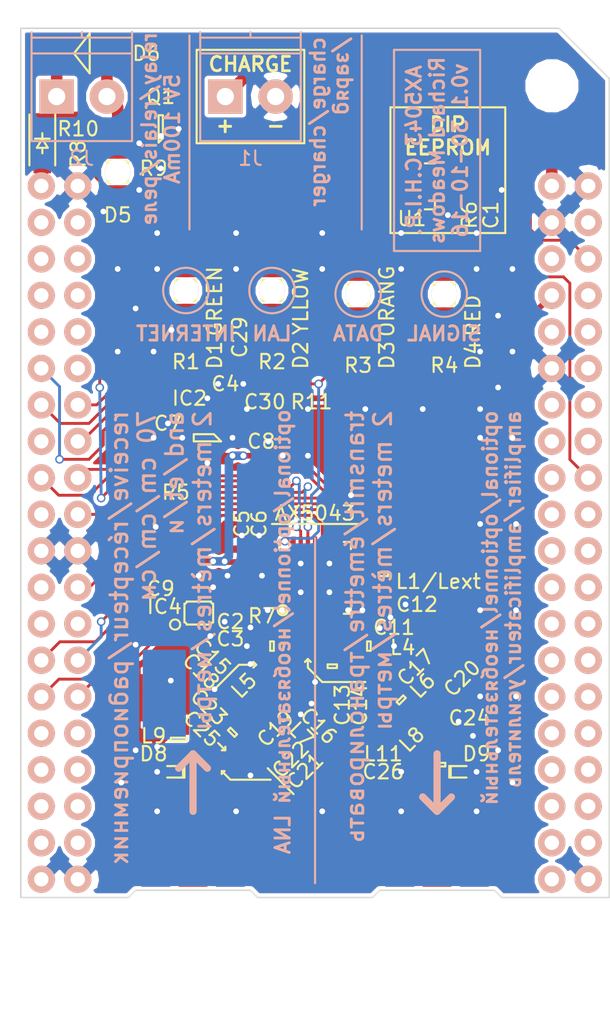
<source format=kicad_pcb>
(kicad_pcb (version 4) (host pcbnew 4.0.4-stable)
  (layers (0 F.Cu signal) (31 B.Cu signal hide) (34 B.Paste user) (35 F.Paste user) (36 B.SilkS user hide) (37 F.SilkS user) (38 B.Mask user) (39 F.Mask user) (44 Edge.Cuts user))
  (net 0 "")
  (net 1 3v3)
  (net 2 GND)
  (net 3 16_TCXO)
  (net 4 /CLKp)
  (net 5 /CLKn)
  (net 6 VBATT)
  (net 7 VDD)
  (net 8 "Net-(C7-Pad1)")
  (net 9 "Net-(C10-Pad1)")
  (net 10 "Net-(C11-Pad1)")
  (net 11 "Net-(C12-Pad1)")
  (net 12 /ANTp)
  (net 13 "Net-(C13-Pad2)")
  (net 14 /ANTn)
  (net 15 "Net-(C14-Pad2)")
  (net 16 ANTP1)
  (net 17 "Net-(C17-Pad2)")
  (net 18 "Net-(C19-Pad1)")
  (net 19 "Net-(C20-Pad1)")
  (net 20 AX_50Ω_DIFF)
  (net 21 /AX_ANT_DIFF)
  (net 22 "Net-(C24-Pad1)")
  (net 23 /DC)
  (net 24 "Net-(D1-Pad2)")
  (net 25 "Net-(D2-Pad2)")
  (net 26 "Net-(D3-Pad2)")
  (net 27 "Net-(D4-Pad2)")
  (net 28 "Net-(D5-Pad1)")
  (net 29 "Net-(D5-Pad2)")
  (net 30 5v)
  (net 31 "Net-(D7-Pad2)")
  (net 32 "Net-(IC1-PadL40)")
  (net 33 "Net-(IC1-PadL38)")
  (net 34 "Net-(IC1-PadL37)")
  (net 35 "Net-(IC1-PadL35)")
  (net 36 "Net-(IC1-PadL36)")
  (net 37 "Net-(IC1-PadL34)")
  (net 38 "Net-(IC1-PadL33)")
  (net 39 "Net-(IC1-PadL31)")
  (net 40 "Net-(IC1-PadL32)")
  (net 41 "Net-(IC1-PadL29)")
  (net 42 "Net-(IC1-PadL27)")
  (net 43 "Net-(IC1-PadL25)")
  (net 44 "Net-(IC1-PadL23)")
  (net 45 "Net-(IC1-PadL21)")
  (net 46 "Net-(IC1-PadL19)")
  (net 47 1WIRE)
  (net 48 "Net-(IC1-PadL15)")
  (net 49 "Net-(IC1-PadL13)")
  (net 50 "Net-(IC1-PadL11)")
  (net 51 "Net-(IC1-PadL9)")
  (net 52 "Net-(IC1-PadL7)")
  (net 53 "Net-(IC1-PadL6)")
  (net 54 "Net-(IC1-PadL10)")
  (net 55 "Net-(IC1-PadL14)")
  (net 56 "Net-(IC1-PadL16)")
  (net 57 "Net-(IC1-PadL18)")
  (net 58 "Net-(IC1-PadL20)")
  (net 59 "Net-(IC1-PadL22)")
  (net 60 "Net-(IC1-PadL24)")
  (net 61 "Net-(IC1-PadL26)")
  (net 62 "Net-(IC1-PadL28)")
  (net 63 "Net-(IC1-PadL30)")
  (net 64 /CHG)
  (net 65 "Net-(IC1-PadR37)")
  (net 66 "Net-(IC1-PadR38)")
  (net 67 "Net-(IC1-PadR36)")
  (net 68 "Net-(IC1-PadR35)")
  (net 69 "Net-(IC1-PadR33)")
  (net 70 "Net-(IC1-PadR34)")
  (net 71 "Net-(IC1-PadR32)")
  (net 72 "Net-(IC1-PadR31)")
  (net 73 AX_MOSI)
  (net 74 AX_MISO)
  (net 75 AX_SCLK)
  (net 76 AX_~SEL~)
  (net 77 "Net-(IC1-PadR25)")
  (net 78 "Net-(IC1-PadR26)")
  (net 79 "Net-(IC1-PadR24)")
  (net 80 AX_IRQ)
  (net 81 "Net-(IC1-PadR20)")
  (net 82 "Net-(IC1-PadR19)")
  (net 83 "Net-(IC1-PadR16)")
  (net 84 AX_DATA)
  (net 85 AX_DCLK)
  (net 86 "Net-(IC1-PadR11)")
  (net 87 "Net-(IC1-PadR9)")
  (net 88 "Net-(IC1-PadR10)")
  (net 89 "Net-(IC1-PadR7)")
  (net 90 "Net-(IC1-PadR8)")
  (net 91 "Net-(IC1-PadR5)")
  (net 92 "Net-(IC1-PadR6)")
  (net 93 "Net-(IC1-PadR3)")
  (net 94 "Net-(IC1-PadR4)")
  (net 95 "Net-(IC3-Pad9)")
  (net 96 "Net-(IC3-Pad10)")
  (net 97 "Net-(IC3-Pad13)")
  (net 98 "Net-(IC3-Pad18)")
  (net 99 PWRAMP)
  (net 100 "Net-(IC3-Pad22)")
  (net 101 "Net-(IC3-Pad24)")
  (net 102 "Net-(IC4-Pad1)")
  (net 103 "Net-(Q1-Pad1)")
  (net 104 LAN_LED)
  (net 105 INTERNET_LED)
  (net 106 /AX_ANT_SE)
  (net 107 "Net-(IC1-PadL3)")
  (net 108 /DAC)
  (net 109 DATA_LED)
  (net 110 /MICIN)
  (net 111 /AUDIO)
  (module agg:0603 (layer F.Cu) (at 215.75 137.5 225)
    (fp_text reference L10)
    (fp_text value 12nH)
    (pad 1 smd rect (at -0.8 0 225) (size 0.95 1) (layers F.Cu F.Paste F.Mask) (net 18 "Net-(C19-Pad1)"))
    (pad 2 smd rect (at 0.8 0 225) (size 0.95 1) (layers F.Cu F.Paste F.Mask) (net 20 AX_50Ω_DIFF))
  )
  (module agg:0402 (layer F.Cu) (at 233.5 99.25 270)
    (fp_text reference C1 (at 2.25 -0.25 450) (layer F.SilkS))
    (fp_text value 100nF)
    (pad 1 smd rect (at -0.45 0 270) (size 0.62 0.62) (layers F.Cu F.Paste F.Mask) (net 1 3v3))
    (pad 2 smd rect (at 0.45 0 270) (size 0.62 0.62) (layers F.Cu F.Paste F.Mask) (net 2 GND))
  )
  (module agg:0402 (layer F.Cu) (at 215.8 128.6)
    (fp_text reference C2 (at -0.2 1.2) (layer F.SilkS))
    (fp_text value 1nF)
    (pad 1 smd rect (at -0.45 0) (size 0.62 0.62) (layers F.Cu F.Paste F.Mask) (net 3 16_TCXO))
    (pad 2 smd rect (at 0.45 0) (size 0.62 0.62) (layers F.Cu F.Paste F.Mask) (net 4 /CLKp))
  )
  (module agg:0402 (layer F.Cu) (at 215.8 127.4)
    (fp_text reference C3 (at -0.2 3.6) (layer F.SilkS))
    (fp_text value 1nF)
    (pad 1 smd rect (at -0.45 0) (size 0.62 0.62) (layers F.Cu F.Paste F.Mask) (net 2 GND))
    (pad 2 smd rect (at 0.45 0) (size 0.62 0.62) (layers F.Cu F.Paste F.Mask) (net 5 /CLKn))
  )
  (module agg:0402 (layer F.Cu) (at 215.25 114.25 180)
    (fp_text reference C4 (at 0 1 360) (layer F.SilkS))
    (fp_text value 1µF)
    (pad 1 smd rect (at -0.45 0 180) (size 0.62 0.62) (layers F.Cu F.Paste F.Mask) (net 6 VBATT))
    (pad 2 smd rect (at 0.45 0 180) (size 0.62 0.62) (layers F.Cu F.Paste F.Mask) (net 2 GND))
  )
  (module agg:0402 (layer F.Cu) (at 216.4 125.2 90)
    (fp_text reference C5 (at 2.2 0 90) (layer F.SilkS))
    (fp_text value 4.7µF)
    (pad 1 smd rect (at -0.45 0 90) (size 0.62 0.62) (layers F.Cu F.Paste F.Mask) (net 7 VDD))
    (pad 2 smd rect (at 0.45 0 90) (size 0.62 0.62) (layers F.Cu F.Paste F.Mask) (net 2 GND))
  )
  (module agg:0402 (layer F.Cu) (at 217.6 125.2 90)
    (fp_text reference C6 (at 2.2 0 90) (layer F.SilkS))
    (fp_text value 100nF)
    (pad 1 smd rect (at -0.45 0 90) (size 0.62 0.62) (layers F.Cu F.Paste F.Mask) (net 7 VDD))
    (pad 2 smd rect (at 0.45 0 90) (size 0.62 0.62) (layers F.Cu F.Paste F.Mask) (net 2 GND))
  )
  (module agg:0402 (layer F.Cu) (at 211.25 117.5 90)
    (fp_text reference C7 (at 1.5 0 180) (layer F.SilkS))
    (fp_text value 10nF)
    (pad 1 smd rect (at -0.45 0 90) (size 0.62 0.62) (layers F.Cu F.Paste F.Mask) (net 8 "Net-(C7-Pad1)"))
    (pad 2 smd rect (at 0.45 0 90) (size 0.62 0.62) (layers F.Cu F.Paste F.Mask) (net 2 GND))
  )
  (module agg:0402 (layer F.Cu) (at 217.75 118.25)
    (fp_text reference C8 (at 0 -1) (layer F.SilkS))
    (fp_text value 4.7µF)
    (pad 1 smd rect (at -0.45 0) (size 0.62 0.62) (layers F.Cu F.Paste F.Mask) (net 7 VDD))
    (pad 2 smd rect (at 0.45 0) (size 0.62 0.62) (layers F.Cu F.Paste F.Mask) (net 2 GND))
  )
  (module agg:0402 (layer F.Cu) (at 213 127.4)
    (fp_text reference C9 (at -2.25 0.1) (layer F.SilkS))
    (fp_text value 1µF)
    (pad 1 smd rect (at -0.45 0) (size 0.62 0.62) (layers F.Cu F.Paste F.Mask) (net 7 VDD))
    (pad 2 smd rect (at 0.45 0) (size 0.62 0.62) (layers F.Cu F.Paste F.Mask) (net 2 GND))
  )
  (module agg:0402 (layer F.Cu) (at 218.5 130.25 180)
    (fp_text reference C10)
    (fp_text value 100nF)
    (pad 1 smd rect (at -0.45 0 180) (size 0.62 0.62) (layers F.Cu F.Paste F.Mask) (net 9 "Net-(C10-Pad1)"))
    (pad 2 smd rect (at 0.45 0 180) (size 0.62 0.62) (layers F.Cu F.Paste F.Mask) (net 2 GND))
  )
  (module agg:0402 (layer F.Cu) (at 224.5 130.25)
    (fp_text reference C11 (at 2.5 -0.05) (layer F.SilkS))
    (fp_text value 100nF)
    (pad 1 smd rect (at -0.45 0) (size 0.62 0.62) (layers F.Cu F.Paste F.Mask) (net 10 "Net-(C11-Pad1)"))
    (pad 2 smd rect (at 0.45 0) (size 0.62 0.62) (layers F.Cu F.Paste F.Mask) (net 2 GND))
  )
  (module agg:0402 (layer F.Cu) (at 226.2 128.6)
    (fp_text reference C12 (at 2.4 0) (layer F.SilkS))
    (fp_text value 39pF)
    (pad 1 smd rect (at -0.45 0) (size 0.62 0.62) (layers F.Cu F.Paste F.Mask) (net 11 "Net-(C12-Pad1)"))
    (pad 2 smd rect (at 0.45 0) (size 0.62 0.62) (layers F.Cu F.Paste F.Mask) (net 2 GND))
  )
  (module agg:0402 (layer F.Cu) (at 220.5 131.5 270)
    (fp_text reference C13 (at 4.1 -2.9 270) (layer F.SilkS))
    (fp_text value 56pF)
    (pad 1 smd rect (at -0.45 0 270) (size 0.62 0.62) (layers F.Cu F.Paste F.Mask) (net 12 /ANTp))
    (pad 2 smd rect (at 0.45 0 270) (size 0.62 0.62) (layers F.Cu F.Paste F.Mask) (net 13 "Net-(C13-Pad2)"))
  )
  (module agg:0402 (layer F.Cu) (at 221.5 131.5 270)
    (fp_text reference C14 (at 4.1 -3.1 270) (layer F.SilkS))
    (fp_text value 56pF)
    (pad 1 smd rect (at -0.45 0 270) (size 0.62 0.62) (layers F.Cu F.Paste F.Mask) (net 14 /ANTn))
    (pad 2 smd rect (at 0.45 0 270) (size 0.62 0.62) (layers F.Cu F.Paste F.Mask) (net 15 "Net-(C14-Pad2)"))
  )
  (module agg:0402 (layer F.Cu) (at 218.75 133 315)
    (fp_text reference C15 (at -3.6416 2.58094 315) (layer F.SilkS))
    (fp_text value NOSTUFF)
    (pad 1 smd rect (at -0.45 0 315) (size 0.62 0.62) (layers F.Cu F.Paste F.Mask) (net 2 GND))
    (pad 2 smd rect (at 0.45 0 315) (size 0.62 0.62) (layers F.Cu F.Paste F.Mask) (net 13 "Net-(C13-Pad2)"))
  )
  (module agg:0402 (layer F.Cu) (at 220.25 134.5 315)
    (fp_text reference C16 (at 2.863782 0.742462 315) (layer F.SilkS))
    (fp_text value 2.7pF)
    (pad 1 smd rect (at -0.45 0 315) (size 0.62 0.62) (layers F.Cu F.Paste F.Mask) (net 15 "Net-(C14-Pad2)"))
    (pad 2 smd rect (at 0.45 0 315) (size 0.62 0.62) (layers F.Cu F.Paste F.Mask) (net 2 GND))
  )
  (module agg:0402 (layer F.Cu) (at 225.75 133.5 315)
    (fp_text reference C17 (at 1.59099 -2.298097 405) (layer F.SilkS))
    (fp_text value 22pF)
    (pad 1 smd rect (at -0.45 0 315) (size 0.62 0.62) (layers F.Cu F.Paste F.Mask) (net 16 ANTP1))
    (pad 2 smd rect (at 0.45 0 315) (size 0.62 0.62) (layers F.Cu F.Paste F.Mask) (net 17 "Net-(C17-Pad2)"))
  )
  (module agg:0402 (layer F.Cu) (at 218 133.75 135)
    (fp_text reference C18 (at 3.500179 -2.793072 135) (layer F.SilkS))
    (fp_text value 5.1pF)
    (pad 1 smd rect (at -0.45 0 135) (size 0.62 0.62) (layers F.Cu F.Paste F.Mask) (net 13 "Net-(C13-Pad2)"))
    (pad 2 smd rect (at 0.45 0 135) (size 0.62 0.62) (layers F.Cu F.Paste F.Mask) (net 2 GND))
  )
  (module agg:0402 (layer F.Cu) (at 218 136 45)
    (fp_text reference C19 (at -0.353553 1.414214 45) (layer F.SilkS))
    (fp_text value 2.7pF)
    (pad 1 smd rect (at -0.45 0 45) (size 0.62 0.62) (layers F.Cu F.Paste F.Mask) (net 18 "Net-(C19-Pad1)"))
    (pad 2 smd rect (at 0.45 0 45) (size 0.62 0.62) (layers F.Cu F.Paste F.Mask) (net 15 "Net-(C14-Pad2)"))
  )
  (module agg:0402 (layer F.Cu) (at 230 135.5 45)
    (fp_text reference C20 (at 2.474874 0 45) (layer F.SilkS))
    (fp_text value 39pF)
    (pad 1 smd rect (at -0.45 0 45) (size 0.62 0.62) (layers F.Cu F.Paste F.Mask) (net 19 "Net-(C20-Pad1)"))
    (pad 2 smd rect (at 0.45 0 45) (size 0.62 0.62) (layers F.Cu F.Paste F.Mask) (net 2 GND))
  )
  (module agg:0402 (layer F.Cu) (at 214.5 139.75 225)
    (fp_text reference C21 (at -4.136575 -4.772971 225) (layer F.SilkS))
    (fp_text value 1nF)
    (pad 1 smd rect (at -0.45 0 225) (size 0.62 0.62) (layers F.Cu F.Paste F.Mask) (net 20 AX_50Ω_DIFF))
    (pad 2 smd rect (at 0.45 0 225) (size 0.62 0.62) (layers F.Cu F.Paste F.Mask) (net 21 /AX_ANT_DIFF))
  )
  (module agg:0402 (layer F.Cu) (at 213.75 139 225)
    (fp_text reference C22 (at -3.995153 -4.560839 225) (layer F.SilkS))
    (fp_text value 100pF)
    (pad 1 smd rect (at -0.45 0 225) (size 0.62 0.62) (layers F.Cu F.Paste F.Mask) (net 20 AX_50Ω_DIFF))
    (pad 2 smd rect (at 0.45 0 225) (size 0.62 0.62) (layers F.Cu F.Paste F.Mask) (net 21 /AX_ANT_DIFF))
  )
  (module agg:0402 (layer F.Cu) (at 215.5 135.5 135)
    (fp_text reference C23 (at 0.813173 -1.166726 135) (layer F.SilkS))
    (fp_text value 22pF)
    (pad 1 smd rect (at -0.45 0 135) (size 0.62 0.62) (layers F.Cu F.Paste F.Mask) (net 18 "Net-(C19-Pad1)"))
    (pad 2 smd rect (at 0.45 0 135) (size 0.62 0.62) (layers F.Cu F.Paste F.Mask) (net 2 GND))
  )
  (module agg:0402 (layer F.Cu) (at 231 137.75)
    (fp_text reference C24 (at 1.25 -1.25) (layer F.SilkS))
    (fp_text value 56pF)
    (pad 1 smd rect (at -0.45 0) (size 0.62 0.62) (layers F.Cu F.Paste F.Mask) (net 22 "Net-(C24-Pad1)"))
    (pad 2 smd rect (at 0.45 0) (size 0.62 0.62) (layers F.Cu F.Paste F.Mask) (net 2 GND))
  )
  (module agg:0402 (layer F.Cu) (at 216 139.5 315)
    (fp_text reference C25 (at -3.288047 0.106066 315) (layer F.SilkS))
    (fp_text value 22pF)
    (pad 1 smd rect (at -0.45 0 315) (size 0.62 0.62) (layers F.Cu F.Paste F.Mask) (net 20 AX_50Ω_DIFF))
    (pad 2 smd rect (at 0.45 0 315) (size 0.62 0.62) (layers F.Cu F.Paste F.Mask) (net 2 GND))
  )
  (module agg:0402 (layer F.Cu) (at 228.75 140.25 180)
    (fp_text reference C26 (at 2.5 0 180) (layer F.SilkS))
    (fp_text value 39pF)
    (pad 1 smd rect (at -0.45 0 180) (size 0.62 0.62) (layers F.Cu F.Paste F.Mask) (net 106 /AX_ANT_SE))
    (pad 2 smd rect (at 0.45 0 180) (size 0.62 0.62) (layers F.Cu F.Paste F.Mask) (net 2 GND))
  )
  (module agg:0402 (layer F.Cu) (at 211 135.75 180)
    (fp_text reference C27)
    (fp_text value 100nF)
    (pad 1 smd rect (at -0.45 0 180) (size 0.62 0.62) (layers F.Cu F.Paste F.Mask) (net 23 /DC))
    (pad 2 smd rect (at 0.45 0 180) (size 0.62 0.62) (layers F.Cu F.Paste F.Mask) (net 2 GND))
  )
  (module agg:0402 (layer F.Cu) (at 211 134.75 180)
    (fp_text reference C28)
    (fp_text value 1nF)
    (pad 1 smd rect (at -0.45 0 180) (size 0.62 0.62) (layers F.Cu F.Paste F.Mask) (net 23 /DC))
    (pad 2 smd rect (at 0.45 0 180) (size 0.62 0.62) (layers F.Cu F.Paste F.Mask) (net 2 GND))
  )
  (module agg:DO-214AC-SMA (layer F.Cu) (at 205.25 90.25)
    (fp_text reference D6 (at 4.5 0) (layer F.SilkS))
    (fp_text value STTH1L06)
    (pad 1 smd rect (at -2 0) (size 2.5 1.7) (layers F.Cu F.Paste F.Mask) (net 30 5v))
    (pad 2 smd rect (at 2 0) (size 2.5 1.7) (layers F.Cu F.Paste F.Mask) (net 28 "Net-(D5-Pad1)"))
  )
  (module agg-unchecked:TSLP-2-17 (layer F.Cu) (at 212 140.25 180)
    (fp_text reference D8 (at 1.75 1.25 180) (layer F.SilkS))
    (fp_text value TVS_DIODE hide)
    (pad 1 smd rect (at 0 0 180) (size 0.35 0.6) (layers F.Cu F.Paste F.Mask) (net 21 /AX_ANT_DIFF))
    (pad 2 smd rect (at 0.65 0 180) (size 0.35 0.6) (layers F.Cu F.Paste F.Mask) (net 2 GND))
  )
  (module agg-unchecked:TSLP-2-17 (layer F.Cu) (at 231.25 140.25)
    (fp_text reference D9 (at 1.5 -1.25) (layer F.SilkS))
    (fp_text value TVS_DIODE hide)
    (pad 1 smd rect (at 0 0) (size 0.35 0.6) (layers F.Cu F.Paste F.Mask) (net 106 /AX_ANT_SE))
    (pad 2 smd rect (at 0.65 0) (size 0.35 0.6) (layers F.Cu F.Paste F.Mask) (net 2 GND))
  )
  (module agg:CHIPv1_0 (layer B.Cu) (at 242 149 180)
    (fp_text reference IC1)
    (fp_text value CHIPv1_0)
    (pad "" np_thru_hole circle (at 4 56.5 180) (size 3.2 3.2) (drill 3.2) (layers *.Cu *.Mask B.SilkS))
    (pad L39 thru_hole circle (at 1.47 1.27 180) (size 1.9 1.9) (drill 1) (layers *.Cu *.Mask B.SilkS) (net 2 GND))
    (pad L40 thru_hole circle (at 4.01 1.27 180) (size 1.9 1.9) (drill 1) (layers *.Cu *.Mask B.SilkS) (net 32 "Net-(IC1-PadL40)"))
    (pad L38 thru_hole circle (at 4.01 3.81 180) (size 1.9 1.9) (drill 1) (layers *.Cu *.Mask B.SilkS) (net 33 "Net-(IC1-PadL38)"))
    (pad L37 thru_hole circle (at 1.47 3.81 180) (size 1.9 1.9) (drill 1) (layers *.Cu *.Mask B.SilkS) (net 34 "Net-(IC1-PadL37)"))
    (pad L35 thru_hole circle (at 1.47 6.35 180) (size 1.9 1.9) (drill 1) (layers *.Cu *.Mask B.SilkS) (net 35 "Net-(IC1-PadL35)"))
    (pad L36 thru_hole circle (at 4.01 6.35 180) (size 1.9 1.9) (drill 1) (layers *.Cu *.Mask B.SilkS) (net 36 "Net-(IC1-PadL36)"))
    (pad L34 thru_hole circle (at 4.01 8.89 180) (size 1.9 1.9) (drill 1) (layers *.Cu *.Mask B.SilkS) (net 37 "Net-(IC1-PadL34)"))
    (pad L33 thru_hole circle (at 1.47 8.89 180) (size 1.9 1.9) (drill 1) (layers *.Cu *.Mask B.SilkS) (net 38 "Net-(IC1-PadL33)"))
    (pad L31 thru_hole circle (at 1.47 11.43 180) (size 1.9 1.9) (drill 1) (layers *.Cu *.Mask B.SilkS) (net 39 "Net-(IC1-PadL31)"))
    (pad L32 thru_hole circle (at 4.01 11.43 180) (size 1.9 1.9) (drill 1) (layers *.Cu *.Mask B.SilkS) (net 40 "Net-(IC1-PadL32)"))
    (pad L29 thru_hole circle (at 1.47 13.97 180) (size 1.9 1.9) (drill 1) (layers *.Cu *.Mask B.SilkS) (net 41 "Net-(IC1-PadL29)"))
    (pad L27 thru_hole circle (at 1.47 16.51 180) (size 1.9 1.9) (drill 1) (layers *.Cu *.Mask B.SilkS) (net 42 "Net-(IC1-PadL27)"))
    (pad L25 thru_hole circle (at 1.47 19.05 180) (size 1.9 1.9) (drill 1) (layers *.Cu *.Mask B.SilkS) (net 43 "Net-(IC1-PadL25)"))
    (pad L23 thru_hole circle (at 1.47 21.59 180) (size 1.9 1.9) (drill 1) (layers *.Cu *.Mask B.SilkS) (net 44 "Net-(IC1-PadL23)"))
    (pad L21 thru_hole circle (at 1.47 24.13 180) (size 1.9 1.9) (drill 1) (layers *.Cu *.Mask B.SilkS) (net 45 "Net-(IC1-PadL21)"))
    (pad L19 thru_hole circle (at 1.47 26.67 180) (size 1.9 1.9) (drill 1) (layers *.Cu *.Mask B.SilkS) (net 46 "Net-(IC1-PadL19)"))
    (pad L17 thru_hole circle (at 1.47 29.21 180) (size 1.9 1.9) (drill 1) (layers *.Cu *.Mask B.SilkS) (net 47 1WIRE))
    (pad L15 thru_hole circle (at 1.47 31.75 180) (size 1.9 1.9) (drill 1) (layers *.Cu *.Mask B.SilkS) (net 48 "Net-(IC1-PadL15)"))
    (pad L13 thru_hole circle (at 1.47 34.29 180) (size 1.9 1.9) (drill 1) (layers *.Cu *.Mask B.SilkS) (net 49 "Net-(IC1-PadL13)"))
    (pad L11 thru_hole circle (at 1.47 36.83 180) (size 1.9 1.9) (drill 1) (layers *.Cu *.Mask B.SilkS) (net 50 "Net-(IC1-PadL11)"))
    (pad L9 thru_hole circle (at 1.47 39.37 180) (size 1.9 1.9) (drill 1) (layers *.Cu *.Mask B.SilkS) (net 51 "Net-(IC1-PadL9)"))
    (pad L7 thru_hole circle (at 1.47 41.91 180) (size 1.9 1.9) (drill 1) (layers *.Cu *.Mask B.SilkS) (net 52 "Net-(IC1-PadL7)"))
    (pad L5 thru_hole circle (at 1.47 44.45 180) (size 1.9 1.9) (drill 1) (layers *.Cu *.Mask B.SilkS) (net 1 3v3))
    (pad L3 thru_hole circle (at 1.47 46.99 180) (size 1.9 1.9) (drill 1) (layers *.Cu *.Mask B.SilkS) (net 107 "Net-(IC1-PadL3)"))
    (pad L4 thru_hole circle (at 4.01 46.99 180) (size 1.9 1.9) (drill 1) (layers *.Cu *.Mask B.SilkS) (net 2 GND))
    (pad L6 thru_hole circle (at 4.01 44.45 180) (size 1.9 1.9) (drill 1) (layers *.Cu *.Mask B.SilkS) (net 53 "Net-(IC1-PadL6)"))
    (pad L8 thru_hole circle (at 4.01 41.91 180) (size 1.9 1.9) (drill 1) (layers *.Cu *.Mask B.SilkS) (net 6 VBATT))
    (pad L10 thru_hole circle (at 4.01 39.37 180) (size 1.9 1.9) (drill 1) (layers *.Cu *.Mask B.SilkS) (net 54 "Net-(IC1-PadL10)"))
    (pad L12 thru_hole circle (at 4.01 36.83 180) (size 1.9 1.9) (drill 1) (layers *.Cu *.Mask B.SilkS) (net 2 GND))
    (pad L14 thru_hole circle (at 4.01 34.29 180) (size 1.9 1.9) (drill 1) (layers *.Cu *.Mask B.SilkS) (net 55 "Net-(IC1-PadL14)"))
    (pad L16 thru_hole circle (at 4.01 31.75 180) (size 1.9 1.9) (drill 1) (layers *.Cu *.Mask B.SilkS) (net 56 "Net-(IC1-PadL16)"))
    (pad L18 thru_hole circle (at 4.01 29.21 180) (size 1.9 1.9) (drill 1) (layers *.Cu *.Mask B.SilkS) (net 57 "Net-(IC1-PadL18)"))
    (pad L20 thru_hole circle (at 4.01 26.67 180) (size 1.9 1.9) (drill 1) (layers *.Cu *.Mask B.SilkS) (net 58 "Net-(IC1-PadL20)"))
    (pad L22 thru_hole circle (at 4.01 24.13 180) (size 1.9 1.9) (drill 1) (layers *.Cu *.Mask B.SilkS) (net 59 "Net-(IC1-PadL22)"))
    (pad L24 thru_hole circle (at 4.01 21.59 180) (size 1.9 1.9) (drill 1) (layers *.Cu *.Mask B.SilkS) (net 60 "Net-(IC1-PadL24)"))
    (pad L26 thru_hole circle (at 4.01 19.05 180) (size 1.9 1.9) (drill 1) (layers *.Cu *.Mask B.SilkS) (net 61 "Net-(IC1-PadL26)"))
    (pad L28 thru_hole circle (at 4.01 16.51 180) (size 1.9 1.9) (drill 1) (layers *.Cu *.Mask B.SilkS) (net 62 "Net-(IC1-PadL28)"))
    (pad L30 thru_hole circle (at 4.01 13.97 180) (size 1.9 1.9) (drill 1) (layers *.Cu *.Mask B.SilkS) (net 63 "Net-(IC1-PadL30)"))
    (pad L1 thru_hole circle (at 1.47 49.53 180) (size 1.9 1.9) (drill 1) (layers *.Cu *.Mask B.SilkS) (net 2 GND))
    (pad L2 thru_hole circle (at 4.01 49.53 180) (size 1.9 1.9) (drill 1) (layers *.Cu *.Mask B.SilkS) (net 64 /CHG))
    (pad R39 thru_hole circle (at 37.03 1.27 180) (size 1.9 1.9) (drill 1) (layers *.Cu *.Mask B.SilkS) (net 2 GND))
    (pad R40 thru_hole circle (at 39.57 1.27 180) (size 1.9 1.9) (drill 1) (layers *.Cu *.Mask B.SilkS) (net 2 GND))
    (pad R37 thru_hole circle (at 37.03 3.81 180) (size 1.9 1.9) (drill 1) (layers *.Cu *.Mask B.SilkS) (net 65 "Net-(IC1-PadR37)"))
    (pad R38 thru_hole circle (at 39.57 3.81 180) (size 1.9 1.9) (drill 1) (layers *.Cu *.Mask B.SilkS) (net 66 "Net-(IC1-PadR38)"))
    (pad R36 thru_hole circle (at 39.57 6.35 180) (size 1.9 1.9) (drill 1) (layers *.Cu *.Mask B.SilkS) (net 67 "Net-(IC1-PadR36)"))
    (pad R35 thru_hole circle (at 37.03 6.35 180) (size 1.9 1.9) (drill 1) (layers *.Cu *.Mask B.SilkS) (net 68 "Net-(IC1-PadR35)"))
    (pad R33 thru_hole circle (at 37.03 8.89 180) (size 1.9 1.9) (drill 1) (layers *.Cu *.Mask B.SilkS) (net 69 "Net-(IC1-PadR33)"))
    (pad R34 thru_hole circle (at 39.57 8.89 180) (size 1.9 1.9) (drill 1) (layers *.Cu *.Mask B.SilkS) (net 70 "Net-(IC1-PadR34)"))
    (pad R32 thru_hole circle (at 39.57 11.43 180) (size 1.9 1.9) (drill 1) (layers *.Cu *.Mask B.SilkS) (net 71 "Net-(IC1-PadR32)"))
    (pad R31 thru_hole circle (at 37.03 11.43 180) (size 1.9 1.9) (drill 1) (layers *.Cu *.Mask B.SilkS) (net 72 "Net-(IC1-PadR31)"))
    (pad R29 thru_hole circle (at 37.03 13.97 180) (size 1.9 1.9) (drill 1) (layers *.Cu *.Mask B.SilkS) (net 73 AX_MOSI))
    (pad R30 thru_hole circle (at 39.57 13.97 180) (size 1.9 1.9) (drill 1) (layers *.Cu *.Mask B.SilkS) (net 74 AX_MISO))
    (pad R28 thru_hole circle (at 39.57 16.51 180) (size 1.9 1.9) (drill 1) (layers *.Cu *.Mask B.SilkS) (net 75 AX_SCLK))
    (pad R27 thru_hole circle (at 37.03 16.51 180) (size 1.9 1.9) (drill 1) (layers *.Cu *.Mask B.SilkS) (net 76 AX_~SEL~))
    (pad R25 thru_hole circle (at 37.03 19.05 180) (size 1.9 1.9) (drill 1) (layers *.Cu *.Mask B.SilkS) (net 77 "Net-(IC1-PadR25)"))
    (pad R26 thru_hole circle (at 39.57 19.05 180) (size 1.9 1.9) (drill 1) (layers *.Cu *.Mask B.SilkS) (net 78 "Net-(IC1-PadR26)"))
    (pad R24 thru_hole circle (at 39.57 21.59 180) (size 1.9 1.9) (drill 1) (layers *.Cu *.Mask B.SilkS) (net 79 "Net-(IC1-PadR24)"))
    (pad R23 thru_hole circle (at 37.03 21.59 180) (size 1.9 1.9) (drill 1) (layers *.Cu *.Mask B.SilkS) (net 80 AX_IRQ))
    (pad R21 thru_hole circle (at 37.03 24.13 180) (size 1.9 1.9) (drill 1) (layers *.Cu *.Mask B.SilkS) (net 2 GND))
    (pad R22 thru_hole circle (at 39.57 24.13 180) (size 1.9 1.9) (drill 1) (layers *.Cu *.Mask B.SilkS) (net 2 GND))
    (pad R20 thru_hole circle (at 39.57 26.67 180) (size 1.9 1.9) (drill 1) (layers *.Cu *.Mask B.SilkS) (net 81 "Net-(IC1-PadR20)"))
    (pad R19 thru_hole circle (at 37.03 26.67 180) (size 1.9 1.9) (drill 1) (layers *.Cu *.Mask B.SilkS) (net 82 "Net-(IC1-PadR19)"))
    (pad R17 thru_hole circle (at 37.03 29.21 180) (size 1.9 1.9) (drill 1) (layers *.Cu *.Mask B.SilkS) (net 84 AX_DATA))
    (pad R18 thru_hole circle (at 39.57 29.21 180) (size 1.9 1.9) (drill 1) (layers *.Cu *.Mask B.SilkS) (net 85 AX_DCLK))
    (pad R15 thru_hole circle (at 37.03 31.75 180) (size 1.9 1.9) (drill 1) (layers *.Cu *.Mask B.SilkS) (net 109 DATA_LED))
    (pad R16 thru_hole circle (at 39.57 31.75 180) (size 1.9 1.9) (drill 1) (layers *.Cu *.Mask B.SilkS) (net 83 "Net-(IC1-PadR16)"))
    (pad R13 thru_hole circle (at 37.03 34.29 180) (size 1.9 1.9) (drill 1) (layers *.Cu *.Mask B.SilkS) (net 105 INTERNET_LED))
    (pad R14 thru_hole circle (at 39.57 34.29 180) (size 1.9 1.9) (drill 1) (layers *.Cu *.Mask B.SilkS) (net 104 LAN_LED))
    (pad R11 thru_hole circle (at 37.03 36.83 180) (size 1.9 1.9) (drill 1) (layers *.Cu *.Mask B.SilkS) (net 86 "Net-(IC1-PadR11)"))
    (pad R12 thru_hole circle (at 39.57 36.83 180) (size 1.9 1.9) (drill 1) (layers *.Cu *.Mask B.SilkS) (net 110 /MICIN))
    (pad R9 thru_hole circle (at 37.03 39.37 180) (size 1.9 1.9) (drill 1) (layers *.Cu *.Mask B.SilkS) (net 87 "Net-(IC1-PadR9)"))
    (pad R10 thru_hole circle (at 39.57 39.37 180) (size 1.9 1.9) (drill 1) (layers *.Cu *.Mask B.SilkS) (net 88 "Net-(IC1-PadR10)"))
    (pad R7 thru_hole circle (at 37.03 41.91 180) (size 1.9 1.9) (drill 1) (layers *.Cu *.Mask B.SilkS) (net 89 "Net-(IC1-PadR7)"))
    (pad R8 thru_hole circle (at 39.57 41.91 180) (size 1.9 1.9) (drill 1) (layers *.Cu *.Mask B.SilkS) (net 90 "Net-(IC1-PadR8)"))
    (pad R5 thru_hole circle (at 37.03 44.45 180) (size 1.9 1.9) (drill 1) (layers *.Cu *.Mask B.SilkS) (net 91 "Net-(IC1-PadR5)"))
    (pad R6 thru_hole circle (at 39.57 44.45 180) (size 1.9 1.9) (drill 1) (layers *.Cu *.Mask B.SilkS) (net 92 "Net-(IC1-PadR6)"))
    (pad R3 thru_hole circle (at 37.03 46.99 180) (size 1.9 1.9) (drill 1) (layers *.Cu *.Mask B.SilkS) (net 93 "Net-(IC1-PadR3)"))
    (pad R4 thru_hole circle (at 39.57 46.99 180) (size 1.9 1.9) (drill 1) (layers *.Cu *.Mask B.SilkS) (net 94 "Net-(IC1-PadR4)"))
    (pad R1 thru_hole circle (at 37.03 49.53 180) (size 1.9 1.9) (drill 1) (layers *.Cu *.Mask B.SilkS) (net 2 GND))
    (pad R2 thru_hole circle (at 39.57 49.53 180) (size 1.9 1.9) (drill 1) (layers *.Cu *.Mask B.SilkS) (net 31 "Net-(D7-Pad2)"))
  )
  (module agg:SOT-23-5 (layer F.Cu) (at 214 117 270)
    (fp_text reference IC2 (at -2.75 1.25 360) (layer F.SilkS))
    (fp_text value TPS73433)
    (pad 1 smd rect (at -1.3 -0.95 270) (size 1.1 0.6) (layers F.Cu F.Paste F.Mask) (net 6 VBATT))
    (pad 2 smd rect (at -1.3 0 270) (size 1.1 0.6) (layers F.Cu F.Paste F.Mask) (net 2 GND))
    (pad 3 smd rect (at -1.3 0.95 270) (size 1.1 0.6) (layers F.Cu F.Paste F.Mask) (net 6 VBATT))
    (pad 4 smd rect (at 1.3 0.95 270) (size 1.1 0.6) (layers F.Cu F.Paste F.Mask) (net 8 "Net-(C7-Pad1)"))
    (pad 5 smd rect (at 1.3 -0.95 270) (size 1.1 0.6) (layers F.Cu F.Paste F.Mask) (net 7 VDD))
  )
  (module rem:QFN-28-EP-AX (layer F.Cu) (at 221.5 126.75 90)
    (fp_text reference IC3 hide)
    (fp_text value AX5043)
    (pad 1 smd rect (at -2.5 -1.5 180) (size 0.3 0.75) (layers F.Cu F.Paste F.Mask) (net 9 "Net-(C10-Pad1)"))
    (pad 2 smd rect (at -2.5 -1 180) (size 0.3 0.75) (layers F.Cu F.Paste F.Mask) (net 2 GND))
    (pad 3 smd rect (at -2.5 -0.5 180) (size 0.3 0.75) (layers F.Cu F.Paste F.Mask) (net 12 /ANTp))
    (pad 4 smd rect (at -2.5 0 180) (size 0.3 0.75) (layers F.Cu F.Paste F.Mask) (net 14 /ANTn))
    (pad 5 smd rect (at -2.5 0.5 180) (size 0.3 0.75) (layers F.Cu F.Paste F.Mask) (net 16 ANTP1))
    (pad 6 smd rect (at -2.5 1 180) (size 0.3 0.75) (layers F.Cu F.Paste F.Mask) (net 2 GND))
    (pad 7 smd rect (at -2.5 1.5 180) (size 0.3 0.75) (layers F.Cu F.Paste F.Mask) (net 10 "Net-(C11-Pad1)"))
    (pad 8 smd rect (at -1.5 2.5 90) (size 0.3 0.75) (layers F.Cu F.Paste F.Mask) (net 11 "Net-(C12-Pad1)"))
    (pad 9 smd rect (at -1 2.5 90) (size 0.3 0.75) (layers F.Cu F.Paste F.Mask) (net 95 "Net-(IC3-Pad9)"))
    (pad 10 smd rect (at -0.5 2.5 90) (size 0.3 0.75) (layers F.Cu F.Paste F.Mask) (net 96 "Net-(IC3-Pad10)"))
    (pad 11 smd rect (at 0 2.5 90) (size 0.3 0.75) (layers F.Cu F.Paste F.Mask) (net 84 AX_DATA))
    (pad 12 smd rect (at 0.5 2.5 90) (size 0.3 0.75) (layers F.Cu F.Paste F.Mask) (net 85 AX_DCLK))
    (pad 13 smd rect (at 1 2.5 90) (size 0.3 0.75) (layers F.Cu F.Paste F.Mask) (net 97 "Net-(IC3-Pad13)"))
    (pad 14 smd rect (at 1.5 2.5 90) (size 0.3 0.75) (layers F.Cu F.Paste F.Mask) (net 76 AX_~SEL~))
    (pad 15 smd rect (at 2.5 1.5 180) (size 0.3 0.75) (layers F.Cu F.Paste F.Mask) (net 75 AX_SCLK))
    (pad 16 smd rect (at 2.5 1 180) (size 0.3 0.75) (layers F.Cu F.Paste F.Mask) (net 74 AX_MISO))
    (pad 17 smd rect (at 2.5 0.5 180) (size 0.3 0.75) (layers F.Cu F.Paste F.Mask) (net 73 AX_MOSI))
    (pad 18 smd rect (at 2.5 0 180) (size 0.3 0.75) (layers F.Cu F.Paste F.Mask) (net 98 "Net-(IC3-Pad18)"))
    (pad 19 smd rect (at 2.5 -0.5 180) (size 0.3 0.75) (layers F.Cu F.Paste F.Mask) (net 80 AX_IRQ))
    (pad 20 smd rect (at 2.5 -1 180) (size 0.3 0.75) (layers F.Cu F.Paste F.Mask) (net 99 PWRAMP))
    (pad 21 smd rect (at 2.5 -1.5 180) (size 0.3 0.75) (layers F.Cu F.Paste F.Mask) (net 108 /DAC))
    (pad 22 smd rect (at 1.5 -2.5 90) (size 0.3 0.75) (layers F.Cu F.Paste F.Mask) (net 100 "Net-(IC3-Pad22)"))
    (pad 23 smd rect (at 1 -2.5 90) (size 0.3 0.75) (layers F.Cu F.Paste F.Mask) (net 7 VDD))
    (pad 24 smd rect (at 0.5 -2.5 90) (size 0.3 0.75) (layers F.Cu F.Paste F.Mask) (net 101 "Net-(IC3-Pad24)"))
    (pad 25 smd rect (at 0 -2.5 90) (size 0.3 0.75) (layers F.Cu F.Paste F.Mask) (net 2 GND))
    (pad 26 smd rect (at -0.5 -2.5 90) (size 0.3 0.75) (layers F.Cu F.Paste F.Mask) (net 2 GND))
    (pad 27 smd rect (at -1 -2.5 90) (size 0.3 0.75) (layers F.Cu F.Paste F.Mask) (net 5 /CLKn))
    (pad 28 smd rect (at -1.5 -2.5 90) (size 0.3 0.75) (layers F.Cu F.Paste F.Mask) (net 4 /CLKp))
    (pad EP smd rect (at 0 0 90) (size 3.3 3.3) (layers F.Cu F.Mask) (net 2 GND))
  )
  (module rem:TG-5006CJ (layer F.Cu) (at 213.4 129.2)
    (fp_text reference IC4 (at -2.4 -0.45) (layer F.SilkS))
    (fp_text value TG-5006CJ)
    (pad 4 smd rect (at -0.825 -0.565) (size 0.6 0.75) (layers F.Cu F.Paste F.Mask) (net 7 VDD))
    (pad 3 smd rect (at 0.825 -0.565) (size 0.6 0.75) (layers F.Cu F.Paste F.Mask) (net 3 16_TCXO))
    (pad 2 smd rect (at 0.825 0.565) (size 0.6 0.75) (layers F.Cu F.Paste F.Mask) (net 2 GND))
    (pad 1 smd rect (at -0.825 0.565) (size 0.6 0.75) (layers F.Cu F.Paste F.Mask) (net 102 "Net-(IC4-Pad1)"))
  )
  (module Terminal_Blocks:TerminalBlock_Pheonix_PT-3.5mm_2pol (layer B.Cu) (at 215.25 93.25)
    (fp_text reference J1 (at 1.75 4.3) (layer B.SilkS) (effects (justify mirror)))
    (fp_text value CONN_01x02)
    (pad 2 thru_hole circle (at 3.5 0) (size 2.4 2.4) (drill 1.2) (layers *.Cu *.Mask B.SilkS) (net 2 GND))
    (pad 1 thru_hole rect (at 0 0) (size 2.4 2.4) (drill 1.2) (layers *.Cu *.Mask B.SilkS) (net 64 /CHG))
  )
  (module Terminal_Blocks:TerminalBlock_Pheonix_PT-3.5mm_2pol (layer B.Cu) (at 203.5 93.25)
    (fp_text reference J2 (at 1.75 4.3) (layer B.SilkS) (effects (justify mirror)))
    (fp_text value CONN_01x02)
    (pad 2 thru_hole circle (at 3.5 0) (size 2.4 2.4) (drill 1.2) (layers *.Cu *.Mask B.SilkS) (net 28 "Net-(D5-Pad1)"))
    (pad 1 thru_hole rect (at 0 0) (size 2.4 2.4) (drill 1.2) (layers *.Cu *.Mask B.SilkS) (net 30 5v))
  )
  (module agg:0402 (layer F.Cu) (at 217.25 135.25 45)
    (fp_text reference L5 (at 0.212132 -1.202082 45) (layer F.SilkS))
    (fp_text value 15nH)
    (pad 1 smd rect (at -0.45 0 45) (size 0.62 0.62) (layers F.Cu F.Paste F.Mask) (net 18 "Net-(C19-Pad1)"))
    (pad 2 smd rect (at 0.45 0 45) (size 0.62 0.62) (layers F.Cu F.Paste F.Mask) (net 13 "Net-(C13-Pad2)"))
  )
  (module agg:0402 (layer F.Cu) (at 219.5 135.25 315)
    (fp_text reference L7 (at 2.439518 0.954594 315) (layer F.SilkS))
    (fp_text value 15nH)
    (pad 1 smd rect (at -0.45 0 315) (size 0.62 0.62) (layers F.Cu F.Paste F.Mask) (net 15 "Net-(C14-Pad2)"))
    (pad 2 smd rect (at 0.45 0 315) (size 0.62 0.62) (layers F.Cu F.Paste F.Mask) (net 2 GND))
  )
  (module agg:0402 (layer F.Cu) (at 229.25 137 315)
    (fp_text reference L8 (at 0 1.414214 405) (layer F.SilkS))
    (fp_text value 39nH)
    (pad 1 smd rect (at -0.45 0 315) (size 0.62 0.62) (layers F.Cu F.Paste F.Mask) (net 19 "Net-(C20-Pad1)"))
    (pad 2 smd rect (at 0.45 0 315) (size 0.62 0.62) (layers F.Cu F.Paste F.Mask) (net 22 "Net-(C24-Pad1)"))
  )
  (module agg:0805 (layer F.Cu) (at 212 138 270)
    (fp_text reference L9 (at -0.25 1.75 360) (layer F.SilkS))
    (fp_text value 2.2µH)
    (pad 1 smd rect (at -0.9 0 270) (size 1.15 1.45) (layers F.Cu F.Paste F.Mask) (net 23 /DC))
    (pad 2 smd rect (at 0.9 0 270) (size 1.15 1.45) (layers F.Cu F.Paste F.Mask) (net 21 /AX_ANT_DIFF))
  )
  (module rem:BMI-S-x05 (layer F.Cu) (at 208.5 142.5)
    (fp_text reference P1 hide)
    (fp_text value PAD)
    (pad 1 smd rect (at 25.7 -31.4) (size 1 3.3) (layers F.Cu F.Paste F.Mask) (net 2 GND))
    (pad 1 smd rect (at 25.7 -25.4) (size 1 3.3) (layers F.Cu F.Paste F.Mask) (net 2 GND))
    (pad 1 smd rect (at 25.7 -13.4) (size 1 3.3) (layers F.Cu F.Paste F.Mask) (net 2 GND))
    (pad 1 smd rect (at 25.7 -19.4) (size 1 3.3) (layers F.Cu F.Paste F.Mask) (net 2 GND))
    (pad 1 smd rect (at 25.7 -7.4) (size 1 3.3) (layers F.Cu F.Paste F.Mask) (net 2 GND))
    (pad 1 smd rect (at 25.7 -37.325) (size 1 3.15) (layers F.Cu F.Paste F.Mask) (net 2 GND))
    (pad 1 smd rect (at 24.175 -38.4) (size 2.05 1) (layers F.Cu F.Paste F.Mask) (net 2 GND))
    (pad 1 smd rect (at 19.1 -38.4) (size 2.7 1) (layers F.Cu F.Paste F.Mask) (net 2 GND))
    (pad 1 smd rect (at 13.4 -38.4) (size 3.3 1) (layers F.Cu F.Paste F.Mask) (net 2 GND))
    (pad 1 smd rect (at 7.4 -38.4) (size 3.3 1) (layers F.Cu F.Paste F.Mask) (net 2 GND))
    (pad 1 smd rect (at 2.025 -38.4) (size 2.05 1) (layers F.Cu F.Paste F.Mask) (net 2 GND))
    (pad 1 smd rect (at 0.5 -37.325) (size 1 3.15) (layers F.Cu F.Paste F.Mask) (net 2 GND))
    (pad 1 smd rect (at 0.5 -31.4) (size 1 3.3) (layers F.Cu F.Paste F.Mask) (net 2 GND))
    (pad 1 smd rect (at 25.7 -1.525) (size 1 3.05) (layers F.Cu F.Paste F.Mask) (net 2 GND))
    (pad 1 smd rect (at 24.175 -0.5) (size 2.05 1) (layers F.Cu F.Paste F.Mask) (net 2 GND))
    (pad 1 smd rect (at 19.1 -0.5) (size 2.7 1) (layers F.Cu F.Paste F.Mask) (net 2 GND))
    (pad 1 smd rect (at 0.5 -25.4) (size 1 3.3) (layers F.Cu F.Paste F.Mask) (net 2 GND))
    (pad 1 smd rect (at 0.5 -19.4) (size 1 3.3) (layers F.Cu F.Paste F.Mask) (net 2 GND))
    (pad 1 smd rect (at 0.5 -13.4) (size 1 3.3) (layers F.Cu F.Paste F.Mask) (net 2 GND))
    (pad 1 smd rect (at 0.5 -7.4) (size 1 3.3) (layers F.Cu F.Paste F.Mask) (net 2 GND))
    (pad 1 smd rect (at 13.4 -0.5) (size 3.3 1) (layers F.Cu F.Paste F.Mask) (net 2 GND))
    (pad 1 smd rect (at 7.4 -0.5) (size 3.3 1) (layers F.Cu F.Paste F.Mask) (net 2 GND))
    (pad 1 smd rect (at 2.025 -0.5) (size 2.05 1) (layers F.Cu F.Paste F.Mask) (net 2 GND))
    (pad 1 smd rect (at 0.5 -1.525) (size 1 3.05) (layers F.Cu F.Paste F.Mask) (net 2 GND))
  )
  (module rem:SMA-EDGE (layer F.Cu) (at 213 146 180)
    (fp_text reference P2)
    (fp_text value COAX)
    (pad 1 smd rect (at 0 0 180) (size 2 4.5) (layers F.Cu F.Mask) (net 21 /AX_ANT_DIFF))
    (pad 2 smd rect (at 2.6 0 180) (size 2 4.5) (layers B.Cu B.Mask) (net 2 GND))
    (pad 2 smd rect (at -2.6 0 180) (size 2 4.5) (layers B.Cu B.Mask) (net 2 GND))
    (pad 2 smd rect (at -2.6 0 180) (size 2 4.5) (layers F.Cu F.Mask) (net 2 GND))
    (pad 2 smd rect (at 2.6 0 180) (size 2 4.5) (layers F.Cu F.Mask) (net 2 GND))
  )
  (module rem:SMA-EDGE (layer F.Cu) (at 230 146 180)
    (fp_text reference P3)
    (fp_text value COAX)
    (pad 1 smd rect (at 0 0 180) (size 2 4.5) (layers F.Cu F.Mask) (net 106 /AX_ANT_SE))
    (pad 2 smd rect (at 2.6 0 180) (size 2 4.5) (layers B.Cu B.Mask) (net 2 GND))
    (pad 2 smd rect (at -2.6 0 180) (size 2 4.5) (layers B.Cu B.Mask) (net 2 GND))
    (pad 2 smd rect (at -2.6 0 180) (size 2 4.5) (layers F.Cu F.Mask) (net 2 GND))
    (pad 2 smd rect (at 2.6 0 180) (size 2 4.5) (layers F.Cu F.Mask) (net 2 GND))
  )
  (module agg:SOT-23 (layer F.Cu) (at 210.75 95.5 180)
    (fp_text reference Q1 (at 0 2.25 180) (layer F.SilkS))
    (fp_text value NX7002AK)
    (pad 1 smd rect (at -1.15 -0.95 180) (size 1 0.6) (layers F.Cu F.Paste F.Mask) (net 103 "Net-(Q1-Pad1)"))
    (pad 2 smd rect (at -1.15 0.95 180) (size 1 0.6) (layers F.Cu F.Paste F.Mask) (net 2 GND))
    (pad 3 smd rect (at 1.15 0 180) (size 1 0.6) (layers F.Cu F.Paste F.Mask) (net 28 "Net-(D5-Pad1)"))
  )
  (module agg:0402 (layer F.Cu) (at 212.5 110 90)
    (fp_text reference R1 (at -1.71 0 180) (layer F.SilkS))
    (fp_text value 330Ω)
    (pad 1 smd rect (at -0.45 0 90) (size 0.62 0.62) (layers F.Cu F.Paste F.Mask) (net 105 INTERNET_LED))
    (pad 2 smd rect (at 0.45 0 90) (size 0.62 0.62) (layers F.Cu F.Paste F.Mask) (net 24 "Net-(D1-Pad2)"))
  )
  (module agg:0402 (layer F.Cu) (at 218.5 110 90)
    (fp_text reference R2 (at -1.71 0 180) (layer F.SilkS))
    (fp_text value 330Ω)
    (pad 1 smd rect (at -0.45 0 90) (size 0.62 0.62) (layers F.Cu F.Paste F.Mask) (net 104 LAN_LED))
    (pad 2 smd rect (at 0.45 0 90) (size 0.62 0.62) (layers F.Cu F.Paste F.Mask) (net 25 "Net-(D2-Pad2)"))
  )
  (module agg:0402 (layer F.Cu) (at 224.5 110.25 90)
    (fp_text reference R3 (at -1.71 0 180) (layer F.SilkS))
    (fp_text value 330Ω)
    (pad 1 smd rect (at -0.45 0 90) (size 0.62 0.62) (layers F.Cu F.Paste F.Mask) (net 109 DATA_LED))
    (pad 2 smd rect (at 0.45 0 90) (size 0.62 0.62) (layers F.Cu F.Paste F.Mask) (net 26 "Net-(D3-Pad2)"))
  )
  (module agg:0402 (layer F.Cu) (at 230.5 110.25 90)
    (fp_text reference R4 (at -1.71 0 180) (layer F.SilkS))
    (fp_text value 330Ω)
    (pad 1 smd rect (at -0.45 0 90) (size 0.62 0.62) (layers F.Cu F.Paste F.Mask) (net 108 /DAC))
    (pad 2 smd rect (at 0.45 0 90) (size 0.62 0.62) (layers F.Cu F.Paste F.Mask) (net 27 "Net-(D4-Pad2)"))
  )
  (module agg:0402 (layer F.Cu) (at 210.4 120.8 90)
    (fp_text reference R5 (at 0 1.4 180) (layer F.SilkS))
    (fp_text value 1kΩ)
    (pad 1 smd rect (at -0.45 0 90) (size 0.62 0.62) (layers F.Cu F.Paste F.Mask) (net 82 "Net-(IC1-PadR19)"))
    (pad 2 smd rect (at 0.45 0 90) (size 0.62 0.62) (layers F.Cu F.Paste F.Mask) (net 99 PWRAMP))
  )
  (module agg:0402 (layer F.Cu) (at 232.25 99.25 270)
    (fp_text reference R6 (at 2.25 0 450) (layer F.SilkS))
    (fp_text value 4.7kΩ)
    (pad 1 smd rect (at -0.45 0 270) (size 0.62 0.62) (layers F.Cu F.Paste F.Mask) (net 1 3v3))
    (pad 2 smd rect (at 0.45 0 270) (size 0.62 0.62) (layers F.Cu F.Paste F.Mask) (net 47 1WIRE))
  )
  (module agg:0402 (layer F.Cu) (at 217.5 128 90)
    (fp_text reference R7 (at -1.4 0.3 180) (layer F.SilkS))
    (fp_text value 1kΩ)
    (pad 1 smd rect (at -0.45 0 90) (size 0.62 0.62) (layers F.Cu F.Paste F.Mask) (net 4 /CLKp))
    (pad 2 smd rect (at 0.45 0 90) (size 0.62 0.62) (layers F.Cu F.Paste F.Mask) (net 5 /CLKn))
  )
  (module agg:0402 (layer F.Cu) (at 206 97.25 270)
    (fp_text reference R8 (at 0 1 450) (layer F.SilkS))
    (fp_text value 330Ω)
    (pad 1 smd rect (at -0.45 0 270) (size 0.62 0.62) (layers F.Cu F.Paste F.Mask) (net 30 5v))
    (pad 2 smd rect (at 0.45 0 270) (size 0.62 0.62) (layers F.Cu F.Paste F.Mask) (net 29 "Net-(D5-Pad2)"))
  )
  (module agg:0402 (layer F.Cu) (at 211.75 98.25 90)
    (fp_text reference R9 (at 0 -1.5 180) (layer F.SilkS))
    (fp_text value 1kΩ)
    (pad 1 smd rect (at -0.45 0 90) (size 0.62 0.62) (layers F.Cu F.Paste F.Mask) (net 99 PWRAMP))
    (pad 2 smd rect (at 0.45 0 90) (size 0.62 0.62) (layers F.Cu F.Paste F.Mask) (net 103 "Net-(Q1-Pad1)"))
  )
  (module agg:0402 (layer F.Cu) (at 207.25 95.5)
    (fp_text reference R10 (at -2.25 0) (layer F.SilkS))
    (fp_text value 10kΩ)
    (pad 1 smd rect (at -0.45 0) (size 0.62 0.62) (layers F.Cu F.Paste F.Mask) (net 30 5v))
    (pad 2 smd rect (at 0.45 0) (size 0.62 0.62) (layers F.Cu F.Paste F.Mask) (net 28 "Net-(D5-Pad1)"))
  )
  (module TO_SOT_Packages_SMD:TSOT-6-MK06A (layer F.Cu) (at 229.5 99.5 90)
    (fp_text reference U1 (at -2.25 -1.25 180) (layer F.SilkS))
    (fp_text value DS2401P)
    (pad 1 smd rect (at -0.94996 1.30048 90) (size 0.69088 1.00076) (layers F.Cu F.Paste F.Mask) (net 2 GND))
    (pad 2 smd rect (at 0 1.30048 90) (size 0.69088 1.00076) (layers F.Cu F.Paste F.Mask) (net 47 1WIRE))
    (pad 3 smd rect (at 0.94996 1.30048 90) (size 0.69088 1.00076) (layers F.Cu F.Paste F.Mask))
    (pad 4 smd rect (at 0.94996 -1.30048 90) (size 0.69088 1.00076) (layers F.Cu F.Paste F.Mask))
    (pad 5 smd rect (at 0 -1.30048 90) (size 0.69088 1.00076) (layers F.Cu F.Paste F.Mask))
    (pad 6 smd rect (at -0.94996 -1.30048 90) (size 0.69088 1.00076) (layers F.Cu F.Paste F.Mask))
  )
  (module agg:0603 (layer F.Cu) (at 225.25 131.5)
    (fp_text reference L4 (at 2.35 0.1) (layer F.SilkS))
    (fp_text value 120nH)
    (pad 1 smd rect (at -0.8 0) (size 0.95 1) (layers F.Cu F.Paste F.Mask) (net 16 ANTP1))
    (pad 2 smd rect (at 0.8 0) (size 0.95 1) (layers F.Cu F.Paste F.Mask) (net 2 GND))
  )
  (module agg:0603 (layer F.Cu) (at 227.5 135.25 315)
    (fp_text reference L6 (at 0.353553 -1.767767 405) (layer F.SilkS))
    (fp_text value 120nH)
    (pad 1 smd rect (at -0.8 0 315) (size 0.95 1) (layers F.Cu F.Paste F.Mask) (net 17 "Net-(C17-Pad2)"))
    (pad 2 smd rect (at 0.8 0 315) (size 0.95 1) (layers F.Cu F.Paste F.Mask) (net 19 "Net-(C20-Pad1)"))
  )
  (module rem:1206_LED_REVERSE (layer F.Cu) (at 212.5 106.75 270)
    (fp_text reference D1 (at 4.5 -2 270) (layer F.SilkS))
    (fp_text value INTERNET-GREEN)
    (pad 1 smd rect (at -1.5 0 270) (size 1.15 1.8) (layers F.Cu F.Paste F.Mask) (net 2 GND))
    (pad 2 smd rect (at 1.5 0 270) (size 1.15 1.8) (layers F.Cu F.Paste F.Mask) (net 24 "Net-(D1-Pad2)"))
    (pad "" thru_hole circle (at 0 0 270) (size 1.8 1.8) (drill 1.8) (layers *.Mask F.Cu))
  )
  (module rem:1206_LED_REVERSE (layer F.Cu) (at 218.5 106.75 270)
    (fp_text reference D2 (at 4.5 -2 450) (layer F.SilkS))
    (fp_text value LAN-YELLOW)
    (pad 1 smd rect (at -1.5 0 270) (size 1.15 1.8) (layers F.Cu F.Paste F.Mask) (net 2 GND))
    (pad 2 smd rect (at 1.5 0 270) (size 1.15 1.8) (layers F.Cu F.Paste F.Mask) (net 25 "Net-(D2-Pad2)"))
    (pad "" thru_hole circle (at 0 0 270) (size 1.8 1.8) (drill 1.8) (layers *.Mask F.Cu))
  )
  (module rem:1206_LED_REVERSE (layer F.Cu) (at 224.5 107 270)
    (fp_text reference D3 (at 4.25 -2 450) (layer F.SilkS))
    (fp_text value DATA-ORANGE)
    (pad 1 smd rect (at -1.5 0 270) (size 1.15 1.8) (layers F.Cu F.Paste F.Mask) (net 2 GND))
    (pad 2 smd rect (at 1.5 0 270) (size 1.15 1.8) (layers F.Cu F.Paste F.Mask) (net 26 "Net-(D3-Pad2)"))
    (pad "" thru_hole circle (at 0 0 270) (size 1.8 1.8) (drill 1.8) (layers *.Mask F.Cu))
  )
  (module rem:1206_LED_REVERSE (layer F.Cu) (at 230.5 107 270)
    (fp_text reference D4 (at 4.25 -2 450) (layer F.SilkS))
    (fp_text value RSSI-RED)
    (pad 1 smd rect (at -1.5 0 270) (size 1.15 1.8) (layers F.Cu F.Paste F.Mask) (net 2 GND))
    (pad 2 smd rect (at 1.5 0 270) (size 1.15 1.8) (layers F.Cu F.Paste F.Mask) (net 27 "Net-(D4-Pad2)"))
    (pad "" thru_hole circle (at 0 0 270) (size 1.8 1.8) (drill 1.8) (layers *.Mask F.Cu))
  )
  (module rem:1206_LED_REVERSE (layer F.Cu) (at 207.75 98.5 270)
    (fp_text reference D5 (at 3 0 360) (layer F.SilkS))
    (fp_text value TX-RED)
    (pad 1 smd rect (at -1.5 0 270) (size 1.15 1.8) (layers F.Cu F.Paste F.Mask) (net 28 "Net-(D5-Pad1)"))
    (pad 2 smd rect (at 1.5 0 270) (size 1.15 1.8) (layers F.Cu F.Paste F.Mask) (net 29 "Net-(D5-Pad2)"))
    (pad "" thru_hole circle (at 0 0 270) (size 1.8 1.8) (drill 1.8) (layers *.Mask F.Cu))
  )
  (module Diodes_SMD:SOD-123 (layer F.Cu) (at 202.5 96.5 270)
    (fp_text reference D7)
    (fp_text value DFLS130L-7)
    (pad 1 smd rect (at -1.635 0 270) (size 0.91 1.22) (layers F.Cu F.Paste F.Mask) (net 30 5v))
    (pad 2 smd rect (at 1.635 0 270) (size 0.91 1.22) (layers F.Cu F.Paste F.Mask) (net 31 "Net-(D7-Pad2)"))
  )
  (module agg:WIREPAD (layer B.Cu) (at 211 134.75)
    (fp_text reference P5 hide)
    (fp_text value PAD hide)
    (pad 1 smd circle (at 0 0) (size 3 3) (layers B.Cu B.Mask) (net 23 /DC))
  )
  (module agg:0402 (layer F.Cu) (at 216.25 112)
    (fp_text reference C29 (at 0 -2 270) (layer F.SilkS))
    (fp_text value 100nF)
    (pad 1 smd rect (at -0.45 0) (size 0.62 0.62) (layers F.Cu F.Paste F.Mask) (net 110 /MICIN))
    (pad 2 smd rect (at 0.45 0) (size 0.62 0.62) (layers F.Cu F.Paste F.Mask) (net 111 /AUDIO))
  )
  (module agg:0402 (layer F.Cu) (at 218 113.25 180)
    (fp_text reference C30 (at 0 -1.25 180) (layer F.SilkS))
    (fp_text value 10nF)
    (pad 1 smd rect (at -0.45 0 180) (size 0.62 0.62) (layers F.Cu F.Paste F.Mask) (net 111 /AUDIO))
    (pad 2 smd rect (at 0.45 0 180) (size 0.62 0.62) (layers F.Cu F.Paste F.Mask) (net 2 GND))
  )
  (module agg:0402 (layer F.Cu) (at 220.5 113.25)
    (fp_text reference R11 (at 0.75 1.25) (layer F.SilkS))
    (fp_text value 1kΩ)
    (pad 1 smd rect (at -0.45 0) (size 0.62 0.62) (layers F.Cu F.Paste F.Mask) (net 111 /AUDIO))
    (pad 2 smd rect (at 0.45 0) (size 0.62 0.62) (layers F.Cu F.Paste F.Mask) (net 108 /DAC))
  )
  (module agg:0603 (layer F.Cu) (at 218.5 131.5)
    (fp_text reference L2)
    (fp_text value 22nH)
    (pad 1 smd rect (at -0.8 0) (size 0.95 1) (layers F.Cu F.Paste F.Mask) (net 2 GND))
    (pad 2 smd rect (at 0.8 0) (size 0.95 1) (layers F.Cu F.Paste F.Mask) (net 12 /ANTp))
  )
  (module agg:0603 (layer F.Cu) (at 222.7 132.9 270)
    (fp_text reference L3)
    (fp_text value 22nH)
    (pad 1 smd rect (at -0.8 0 270) (size 0.95 1) (layers F.Cu F.Paste F.Mask) (net 14 /ANTn))
    (pad 2 smd rect (at 0.8 0 270) (size 0.95 1) (layers F.Cu F.Paste F.Mask) (net 2 GND))
  )
  (module agg:0603 (layer F.Cu) (at 226.25 126.5 90)
    (fp_text reference L1 (at -0.5 1.75 180) (layer F.SilkS))
    (fp_text value 22nH)
    (pad 1 smd rect (at -0.8 0 90) (size 0.95 1) (layers F.Cu F.Paste F.Mask) (net 95 "Net-(IC3-Pad9)"))
    (pad 2 smd rect (at 0.8 0 90) (size 0.95 1) (layers F.Cu F.Paste F.Mask) (net 96 "Net-(IC3-Pad10)"))
  )
  (module agg:0603 (layer F.Cu) (at 230.25 139.75 270)
    (fp_text reference L11 (at -0.75 4 360) (layer F.SilkS))
    (fp_text value 22nH)
    (pad 1 smd rect (at -0.8 0 270) (size 0.95 1) (layers F.Cu F.Paste F.Mask) (net 22 "Net-(C24-Pad1)"))
    (pad 2 smd rect (at 0.8 0 270) (size 0.95 1) (layers F.Cu F.Paste F.Mask) (net 106 /AX_ANT_SE))
  )
  (gr_line (start 224.75 89) (end 224.75 102.5) (angle 90) (layer B.SilkS) (width 0.15))
  (gr_line (start 227 104) (end 227 90) (angle 90) (layer B.SilkS) (width 0.15))
  (gr_line (start 233 104) (end 227 104) (angle 90) (layer B.SilkS) (width 0.15))
  (gr_line (start 233 90) (end 233 104) (angle 90) (layer B.SilkS) (width 0.15))
  (gr_line (start 227 90) (end 233 90) (angle 90) (layer B.SilkS) (width 0.15))
  (gr_text "AX5043 C.H.I.P.\nRichard Meadows\nv0.1 30-10-16" (at 230 97 90) (layer B.SilkS) (effects (font (size 1 1) (thickness 0.2)) (justify mirror)))
  (gr_text "+   -" (at 217 95.25) (layer F.SilkS) (effects (font (size 1 1) (thickness 0.2))))
  (gr_text CHARGE (at 217 91) (layer F.SilkS) (effects (font (size 1 1) (thickness 0.2))))
  (gr_line (start 220.75 90) (end 213.25 90) (angle 90) (layer F.SilkS) (width 0.15))
  (gr_line (start 220.75 96.5) (end 220.75 90) (angle 90) (layer F.SilkS) (width 0.15))
  (gr_line (start 213.25 96.5) (end 220.75 96.5) (angle 90) (layer F.SilkS) (width 0.15))
  (gr_line (start 213.25 93.25) (end 213.25 90) (angle 90) (layer F.SilkS) (width 0.15))
  (gr_line (start 213.25 96.5) (end 213.25 93.25) (angle 90) (layer F.SilkS) (width 0.15))
  (gr_line (start 218.5 123) (end 224.5 123) (angle 90) (layer F.SilkS) (width 0.15))
  (gr_text AX5043 (at 221.5 122.25) (layer F.SilkS) (effects (font (size 1 1))))
  (gr_line (start 230 143) (end 230 139) (angle 90) (layer B.SilkS) (width 0.5))
  (gr_line (start 213 139) (end 213 143) (angle 90) (layer B.SilkS) (width 0.5))
  (gr_line (start 230 143) (end 231 142) (angle 90) (layer B.SilkS) (width 0.5))
  (gr_line (start 229 142) (end 230 143) (angle 90) (layer B.SilkS) (width 0.5))
  (gr_line (start 230 143) (end 229 142) (angle 90) (layer B.SilkS) (width 0.5))
  (gr_line (start 213 139) (end 212 140) (angle 90) (layer B.SilkS) (width 0.5))
  (gr_line (start 213 139) (end 214 140) (angle 90) (layer B.SilkS) (width 0.5))
  (gr_line (start 222 134) (end 225 134) (angle 90) (layer F.SilkS) (width 0.15))
  (gr_circle (center 219.25 129) (end 219.5 129.25) (layer F.SilkS) (width 0.15))
  (gr_line (start 219.5 128.75) (end 219 128.75) (angle 90) (layer F.SilkS) (width 0.15))
  (gr_line (start 219.5 129.25) (end 219.5 128.75) (angle 90) (layer F.SilkS) (width 0.15))
  (gr_line (start 219 129.25) (end 219.5 129.25) (angle 90) (layer F.SilkS) (width 0.15))
  (gr_line (start 219 128.75) (end 219 129.25) (angle 90) (layer F.SilkS) (width 0.15))
  (gr_circle (center 211.75 130) (end 212 130.25) (layer F.SilkS) (width 0.15))
  (gr_text RED (at 232.5 108.5 90) (layer F.SilkS) (effects (font (size 1 1))))
  (gr_text ORANG (at 226.5 107.5 90) (layer F.SilkS) (effects (font (size 1 1))))
  (gr_text YLLOW (at 220.5 107.5 90) (layer F.SilkS) (effects (font (size 1 1))))
  (gr_text GREEN (at 214.5 107.5 90) (layer F.SilkS) (effects (font (size 1 1))))
  (gr_text SIGNAL (at 230.5 109.75) (layer B.SilkS) (effects (font (size 1 1) (thickness 0.2)) (justify mirror)))
  (gr_text DATA (at 224.5 109.75) (layer B.SilkS) (effects (font (size 1 1) (thickness 0.2)) (justify mirror)))
  (gr_text INTERNET (at 212.5 109.75) (layer B.SilkS) (effects (font (size 1 1) (thickness 0.2)) (justify mirror)))
  (gr_circle (center 230.5 107) (end 232 107.5) (layer B.SilkS) (width 0.15))
  (gr_circle (center 224.5 107) (end 226 107.5) (layer B.SilkS) (width 0.15))
  (gr_circle (center 218.5 106.75) (end 220 107.25) (layer B.SilkS) (width 0.15))
  (gr_circle (center 212.5 106.75) (end 214 107.25) (layer B.SilkS) (width 0.15))
  (gr_text LAN (at 218.5 109.75) (layer B.SilkS) (effects (font (size 1 1) (thickness 0.2)) (justify mirror)))
  (gr_line (start 234.75 102.75) (end 226.75 102.75) (angle 90) (layer F.SilkS) (width 0.15))
  (gr_line (start 234.75 94) (end 234.75 102.75) (angle 90) (layer F.SilkS) (width 0.15))
  (gr_line (start 226.75 94) (end 234.75 94) (angle 90) (layer F.SilkS) (width 0.15))
  (gr_line (start 226.75 102.75) (end 226.75 94) (angle 90) (layer F.SilkS) (width 0.15))
  (gr_text "DIP\nEEPROM" (at 230.75 96) (layer F.SilkS) (effects (font (size 1 1) (thickness 0.2))))
  (gr_line (start 217.4 132.8) (end 217.2 133) (angle 90) (layer F.SilkS) (width 0.15))
  (gr_line (start 217.2 132.6) (end 217.4 132.8) (angle 90) (layer F.SilkS) (width 0.15))
  (gr_line (start 217.4 132.8) (end 217.2 132.6) (angle 90) (layer F.SilkS) (width 0.15))
  (gr_line (start 216.2 132.8) (end 217.4 132.8) (angle 90) (layer F.SilkS) (width 0.15))
  (gr_line (start 214.4 134.6) (end 216.2 132.8) (angle 90) (layer F.SilkS) (width 0.15))
  (gr_text /Lext (at 231 127) (layer F.SilkS) (effects (font (size 1 1))))
  (gr_line (start 215 140.2) (end 215.2 140.2) (angle 90) (layer F.SilkS) (width 0.15))
  (gr_line (start 215 140.4) (end 215 140.2) (angle 90) (layer F.SilkS) (width 0.15))
  (gr_line (start 215 140.2) (end 215 140.4) (angle 90) (layer F.SilkS) (width 0.15))
  (gr_line (start 215.6 140.8) (end 215 140.2) (angle 90) (layer F.SilkS) (width 0.15))
  (gr_line (start 218.4 140.8) (end 215.6 140.8) (angle 90) (layer F.SilkS) (width 0.15))
  (gr_line (start 218.2 140) (end 220 141.8) (angle 90) (layer F.SilkS) (width 0.15))
  (gr_line (start 221 132.4) (end 221.2 132.6) (angle 90) (layer F.SilkS) (width 0.15))
  (gr_line (start 220.8 132.6) (end 221 132.4) (angle 90) (layer F.SilkS) (width 0.15))
  (gr_line (start 221 132.4) (end 220.8 132.6) (angle 90) (layer F.SilkS) (width 0.15))
  (gr_line (start 221 133) (end 221 132.4) (angle 90) (layer F.SilkS) (width 0.15))
  (gr_line (start 222 134) (end 221 133) (angle 90) (layer F.SilkS) (width 0.15))
  (gr_line (start 215.25 138.75) (end 214.75 138.25) (angle 90) (layer F.SilkS) (width 0.15))
  (gr_line (start 215.25 138.75) (end 215.25 138.5) (angle 90) (layer F.SilkS) (width 0.15))
  (gr_line (start 215.25 138.75) (end 215 138.75) (angle 90) (layer F.SilkS) (width 0.15))
  (gr_text "optional/optionnel/необязательный\namplifier/amplificateur/усилитель\n" (at 234.5 115 90) (layer B.SilkS) (effects (font (size 1 1) (thickness 0.2)) (justify left mirror)))
  (gr_text "optional/optionnel/необязательный LNA\n" (at 219.25 130.5 90) (layer B.SilkS) (effects (font (size 1 1) (thickness 0.2)) (justify mirror)))
  (gr_line (start 212.75 89) (end 212.75 102.5) (angle 90) (layer B.SilkS) (width 0.15))
  (gr_text "relay/relais/реле\n5V 100mA" (at 210.75 95.5 90) (layer B.SilkS) (effects (font (size 1 1) (thickness 0.2)) (justify mirror)))
  (gr_text "charge/charger\n/заряд" (at 222.5 89 90) (layer B.SilkS) (effects (font (size 1 1) (thickness 0.2)) (justify left mirror)))
  (gr_text "receive/récepteur/радиоприемник\n70 cm/cm/см\nand/et/и\n2 meters/mètres/метры" (at 210.75 115 90) (layer B.SilkS) (effects (font (size 1.2 1.2) (thickness 0.2)) (justify left mirror)))
  (gr_text "transmit/émettre/транслировать\n2 meters/mètres/метры" (at 225.25 115 90) (layer B.SilkS) (effects (font (size 1.2 1.2) (thickness 0.2)) (justify left mirror)))
  (gr_line (start 221.5 148) (end 221.5 124) (angle 90) (layer B.SilkS) (width 0.15))
  (gr_line (start 234.5 149) (end 242 149) (angle 90) (layer Edge.Cuts) (width 0.1))
  (gr_line (start 234 148.5) (end 234.5 149) (angle 90) (layer Edge.Cuts) (width 0.1))
  (gr_line (start 226 148.5) (end 234 148.5) (angle 90) (layer Edge.Cuts) (width 0.1))
  (gr_line (start 225.5 149) (end 226 148.5) (angle 90) (layer Edge.Cuts) (width 0.1))
  (gr_line (start 217.5 149) (end 225.5 149) (angle 90) (layer Edge.Cuts) (width 0.1))
  (gr_line (start 217 148.5) (end 217.5 149) (angle 90) (layer Edge.Cuts) (width 0.1))
  (gr_line (start 209 148.5) (end 217 148.5) (angle 90) (layer Edge.Cuts) (width 0.1))
  (gr_line (start 208.5 149) (end 209 148.5) (angle 90) (layer Edge.Cuts) (width 0.1))
  (gr_line (start 201 149) (end 208.5 149) (angle 90) (layer Edge.Cuts) (width 0.1))
  (gr_line (start 242 92) (end 242 98) (angle 90) (layer Edge.Cuts) (width 0.1))
  (gr_line (start 238.5 88.5) (end 242 92) (angle 90) (layer Edge.Cuts) (width 0.1))
  (gr_line (start 201 88.5) (end 238.5 88.5) (angle 90) (layer Edge.Cuts) (width 0.1))
  (gr_line (start 201 99) (end 201 88.5) (angle 90) (layer Edge.Cuts) (width 0.1))
  (gr_line (start 242 149) (end 242 98) (angle 90) (layer Edge.Cuts) (width 0.1))
  (gr_line (start 201 99) (end 201 149) (angle 90) (layer Edge.Cuts) (width 0.1))
  (segment (start 233.5 98.8) (end 232.25 98.8) (width 0.4) (layer F.Cu) (net 1))
  (segment (start 237.25 103.25) (end 239.23 103.25) (width 0.2) (layer F.Cu) (net 1))
  (segment (start 240.53 104.55) (end 239.23 103.25) (width 0.2) (layer F.Cu) (net 1))
  (segment (start 236.5 102.5) (end 237.25 103.25) (width 0.2) (layer F.Cu) (net 1))
  (segment (start 236.5 100.25) (end 236.5 102.5) (width 0.2) (layer F.Cu) (net 1))
  (segment (start 235.25 99) (end 236.5 100.25) (width 0.2) (layer F.Cu) (net 1))
  (segment (start 235.25 99) (end 233.7 99) (width 0.2) (layer F.Cu) (net 1))
  (segment (start 233.5 98.8) (end 233.7 99) (width 0.2) (layer F.Cu) (net 1))
  (segment (start 231.45 137.75) (end 232.5 137.75) (width 0.2) (layer F.Cu) (net 2))
  (via (at 232.5 137.75) (size 0.6) (drill 0.4) (layers F.Cu B.Cu) (net 2))
  (segment (start 231.45 137.75) (end 231.5 137.7) (width 0.4) (layer F.Cu) (net 2))
  (segment (start 231.5 137.7) (end 231.5 136.75) (width 0.4) (layer F.Cu) (net 2))
  (via (at 231.5 136.75) (size 0.6) (drill 0.4) (layers F.Cu B.Cu) (net 2))
  (segment (start 222.7 133.7) (end 221.8 133.7) (width 0.25) (layer F.Cu) (net 2))
  (via (at 221.5 134) (size 0.6) (drill 0.4) (layers F.Cu B.Cu) (net 2))
  (segment (start 221.8 133.7) (end 221.5 134) (width 0.25) (layer F.Cu) (net 2))
  (segment (start 217.7 131.5) (end 216.75 131.5) (width 0.25) (layer F.Cu) (net 2))
  (via (at 216.75 131.5) (size 0.6) (drill 0.4) (layers F.Cu B.Cu) (net 2))
  (segment (start 218.431802 132.681802) (end 217.7 131.95) (width 0.25) (layer F.Cu) (net 2))
  (segment (start 217.7 131.95) (end 217.7 131.5) (width 0.25) (layer F.Cu) (net 2))
  (segment (start 221 118.25) (end 221.25 118.25) (width 0.2) (layer F.Cu) (net 2))
  (via (at 221 115) (size 0.6) (drill 0.4) (layers F.Cu B.Cu) (net 2))
  (segment (start 221 115) (end 221 118.25) (width 0.2) (layer B.Cu) (net 2))
  (via (at 221 118.25) (size 0.6) (drill 0.4) (layers F.Cu B.Cu) (net 2))
  (via (at 224 121) (size 0.6) (drill 0.4) (layers F.Cu B.Cu) (net 2))
  (segment (start 221.25 118.25) (end 224 121) (width 0.2) (layer F.Cu) (net 2))
  (segment (start 209 140.975) (end 209 138.75) (width 0.2) (layer F.Cu) (net 2))
  (via (at 209 138.75) (size 0.6) (drill 0.4) (layers F.Cu B.Cu) (net 2))
  (segment (start 209 140.975) (end 208.025 140.975) (width 0.2) (layer F.Cu) (net 2))
  (via (at 208 141) (size 0.6) (drill 0.4) (layers F.Cu B.Cu) (net 2))
  (segment (start 208.025 140.975) (end 208 141) (width 0.2) (layer F.Cu) (net 2))
  (segment (start 210.525 142) (end 210.525 142.975) (width 0.2) (layer F.Cu) (net 2))
  (via (at 210.5 143) (size 0.6) (drill 0.4) (layers F.Cu B.Cu) (net 2))
  (segment (start 210.525 142.975) (end 210.5 143) (width 0.2) (layer F.Cu) (net 2))
  (segment (start 215.9 142) (end 215.9 142.9) (width 0.2) (layer F.Cu) (net 2))
  (via (at 216 143) (size 0.6) (drill 0.4) (layers F.Cu B.Cu) (net 2))
  (segment (start 215.9 142.9) (end 216 143) (width 0.2) (layer F.Cu) (net 2))
  (segment (start 221.9 142) (end 221.9 142.9) (width 0.2) (layer F.Cu) (net 2))
  (via (at 222 143) (size 0.6) (drill 0.4) (layers F.Cu B.Cu) (net 2))
  (segment (start 221.9 142.9) (end 222 143) (width 0.2) (layer F.Cu) (net 2))
  (segment (start 227.6 142) (end 227.6 142.9) (width 0.2) (layer F.Cu) (net 2))
  (via (at 227.5 143) (size 0.6) (drill 0.4) (layers F.Cu B.Cu) (net 2))
  (segment (start 227.6 142.9) (end 227.5 143) (width 0.2) (layer F.Cu) (net 2))
  (segment (start 232.675 142) (end 232.675 142.925) (width 0.2) (layer F.Cu) (net 2))
  (via (at 232.75 143) (size 0.6) (drill 0.4) (layers F.Cu B.Cu) (net 2))
  (segment (start 232.675 142.925) (end 232.75 143) (width 0.2) (layer F.Cu) (net 2))
  (segment (start 234.2 140.975) (end 234.2 138.8) (width 0.2) (layer F.Cu) (net 2))
  (via (at 234.25 138.75) (size 0.6) (drill 0.4) (layers F.Cu B.Cu) (net 2))
  (segment (start 234.2 138.8) (end 234.25 138.75) (width 0.2) (layer F.Cu) (net 2))
  (segment (start 234.2 140.975) (end 235.225 140.975) (width 0.2) (layer F.Cu) (net 2))
  (via (at 235.25 141) (size 0.6) (drill 0.4) (layers F.Cu B.Cu) (net 2))
  (segment (start 235.225 140.975) (end 235.25 141) (width 0.2) (layer F.Cu) (net 2))
  (segment (start 234.2 135.1) (end 235.4 135.1) (width 0.2) (layer F.Cu) (net 2))
  (via (at 235.5 135) (size 0.6) (drill 0.4) (layers F.Cu B.Cu) (net 2))
  (segment (start 235.4 135.1) (end 235.5 135) (width 0.2) (layer F.Cu) (net 2))
  (segment (start 234.2 135.1) (end 233.1 135.1) (width 0.2) (layer F.Cu) (net 2))
  (via (at 233 135) (size 0.6) (drill 0.4) (layers F.Cu B.Cu) (net 2))
  (segment (start 233.1 135.1) (end 233 135) (width 0.2) (layer F.Cu) (net 2))
  (segment (start 234.2 129.1) (end 235.4 129.1) (width 0.2) (layer F.Cu) (net 2))
  (via (at 235.5 129) (size 0.6) (drill 0.4) (layers F.Cu B.Cu) (net 2))
  (segment (start 235.4 129.1) (end 235.5 129) (width 0.2) (layer F.Cu) (net 2))
  (segment (start 234.2 129.1) (end 233.1 129.1) (width 0.2) (layer F.Cu) (net 2))
  (via (at 233 129) (size 0.6) (drill 0.4) (layers F.Cu B.Cu) (net 2))
  (segment (start 233.1 129.1) (end 233 129) (width 0.2) (layer F.Cu) (net 2))
  (segment (start 234.2 123.1) (end 235.4 123.1) (width 0.2) (layer F.Cu) (net 2))
  (via (at 235.5 123) (size 0.6) (drill 0.4) (layers F.Cu B.Cu) (net 2))
  (segment (start 235.4 123.1) (end 235.5 123) (width 0.2) (layer F.Cu) (net 2))
  (segment (start 234.2 123.1) (end 233.1 123.1) (width 0.2) (layer F.Cu) (net 2))
  (via (at 233 123) (size 0.6) (drill 0.4) (layers F.Cu B.Cu) (net 2))
  (segment (start 233.1 123.1) (end 233 123) (width 0.2) (layer F.Cu) (net 2))
  (segment (start 221 115) (end 225 115) (width 0.2) (layer F.Cu) (net 2))
  (via (at 233 115) (size 0.6) (drill 0.4) (layers F.Cu B.Cu) (net 2))
  (segment (start 229 115) (end 233 115) (width 0.2) (layer F.Cu) (net 2))
  (via (at 229 115) (size 0.6) (drill 0.4) (layers F.Cu B.Cu) (net 2))
  (segment (start 225 115) (end 229 115) (width 0.2) (layer B.Cu) (net 2))
  (via (at 225 115) (size 0.6) (drill 0.4) (layers F.Cu B.Cu) (net 2))
  (segment (start 234.2 111.1) (end 234.2 108.55) (width 0.2) (layer F.Cu) (net 2))
  (via (at 234.25 108.5) (size 0.6) (drill 0.4) (layers F.Cu B.Cu) (net 2))
  (segment (start 234.2 108.55) (end 234.25 108.5) (width 0.2) (layer F.Cu) (net 2))
  (segment (start 234.2 111.1) (end 234.2 113.45) (width 0.2) (layer F.Cu) (net 2))
  (via (at 234.25 113.5) (size 0.6) (drill 0.4) (layers F.Cu B.Cu) (net 2))
  (segment (start 234.2 113.45) (end 234.25 113.5) (width 0.2) (layer F.Cu) (net 2))
  (segment (start 234.2 117.1) (end 233.1 117.1) (width 0.2) (layer F.Cu) (net 2))
  (via (at 233 117) (size 0.6) (drill 0.4) (layers F.Cu B.Cu) (net 2))
  (segment (start 233.1 117.1) (end 233 117) (width 0.2) (layer F.Cu) (net 2))
  (segment (start 234.2 117.1) (end 235.15 117.1) (width 0.2) (layer F.Cu) (net 2))
  (via (at 235.25 117) (size 0.6) (drill 0.4) (layers F.Cu B.Cu) (net 2))
  (segment (start 235.15 117.1) (end 235.25 117) (width 0.2) (layer F.Cu) (net 2))
  (segment (start 234.2 111.1) (end 233.1 111.1) (width 0.2) (layer F.Cu) (net 2))
  (via (at 233 111) (size 0.6) (drill 0.4) (layers F.Cu B.Cu) (net 2))
  (segment (start 233.1 111.1) (end 233 111) (width 0.2) (layer F.Cu) (net 2))
  (segment (start 234.2 111.1) (end 235.15 111.1) (width 0.2) (layer F.Cu) (net 2))
  (via (at 235.25 111) (size 0.6) (drill 0.4) (layers F.Cu B.Cu) (net 2))
  (segment (start 235.15 111.1) (end 235.25 111) (width 0.2) (layer F.Cu) (net 2))
  (segment (start 234.2 105.175) (end 235.175 105.175) (width 0.2) (layer F.Cu) (net 2))
  (via (at 235.25 105.25) (size 0.6) (drill 0.4) (layers F.Cu B.Cu) (net 2))
  (segment (start 235.175 105.175) (end 235.25 105.25) (width 0.2) (layer F.Cu) (net 2))
  (segment (start 214.8 114.25) (end 214.8 113.3) (width 0.2) (layer F.Cu) (net 2))
  (via (at 214.75 113.25) (size 0.6) (drill 0.4) (layers F.Cu B.Cu) (net 2))
  (segment (start 214.8 113.3) (end 214.75 113.25) (width 0.2) (layer F.Cu) (net 2))
  (segment (start 217.55 113.25) (end 216.5 113.25) (width 0.2) (layer F.Cu) (net 2))
  (via (at 216.5 113.25) (size 0.6) (drill 0.4) (layers F.Cu B.Cu) (net 2))
  (segment (start 210.5 138.5) (end 210.5 140.25) (width 0.2) (layer F.Cu) (net 2))
  (via (at 210.5 140.25) (size 0.6) (drill 0.4) (layers F.Cu B.Cu) (net 2))
  (segment (start 210.5 140.25) (end 211.35 140.25) (width 0.1524) (layer F.Cu) (net 2))
  (via (at 210.5 138.5) (size 0.6) (drill 0.4) (layers F.Cu B.Cu) (net 2))
  (segment (start 218 130.3) (end 218.05 130.25) (width 0.4) (layer F.Cu) (net 2))
  (segment (start 228.3 140.25) (end 227.5 140.25) (width 0.2) (layer F.Cu) (net 2))
  (via (at 227.5 140.25) (size 0.6) (drill 0.4) (layers F.Cu B.Cu) (net 2))
  (segment (start 226.65 128.6) (end 227.8 128.6) (width 0.2) (layer F.Cu) (net 2))
  (via (at 227.8 128.6) (size 0.6) (drill 0.4) (layers F.Cu B.Cu) (net 2))
  (segment (start 226.65 128.6) (end 226.65 129.4) (width 0.2) (layer F.Cu) (net 2))
  (via (at 226.75 129.5) (size 0.6) (drill 0.4) (layers F.Cu B.Cu) (net 2))
  (segment (start 226.65 129.4) (end 226.75 129.5) (width 0.2) (layer F.Cu) (net 2))
  (segment (start 224.95 130.25) (end 226 130.25) (width 0.2) (layer F.Cu) (net 2))
  (via (at 226 130.25) (size 0.6) (drill 0.4) (layers F.Cu B.Cu) (net 2))
  (segment (start 226.05 131.5) (end 227 131.5) (width 0.2) (layer F.Cu) (net 2))
  (via (at 227 131.5) (size 0.6) (drill 0.4) (layers F.Cu B.Cu) (net 2))
  (segment (start 217.681802 133.431802) (end 217 132.75) (width 0.2) (layer F.Cu) (net 2))
  (via (at 217 132.75) (size 0.6) (drill 0.4) (layers F.Cu B.Cu) (net 2))
  (segment (start 216.318198 139.818198) (end 217 140.5) (width 0.2) (layer F.Cu) (net 2))
  (via (at 217 140.5) (size 0.6) (drill 0.4) (layers F.Cu B.Cu) (net 2))
  (segment (start 215.181802 135.181802) (end 214.5 134.5) (width 0.2) (layer F.Cu) (net 2))
  (via (at 214.5 134.5) (size 0.6) (drill 0.4) (layers F.Cu B.Cu) (net 2))
  (segment (start 220.568198 134.818198) (end 221.25 135.5) (width 0.2) (layer F.Cu) (net 2))
  (via (at 221.25 135.5) (size 0.6) (drill 0.4) (layers F.Cu B.Cu) (net 2))
  (segment (start 219.818198 135.568198) (end 220.5 136.25) (width 0.2) (layer F.Cu) (net 2))
  (via (at 220.5 136.25) (size 0.6) (drill 0.4) (layers F.Cu B.Cu) (net 2))
  (segment (start 232.675 104.1) (end 232.675 105.175) (width 0.2) (layer F.Cu) (net 2))
  (via (at 232.75 105.25) (size 0.6) (drill 0.4) (layers F.Cu B.Cu) (net 2))
  (segment (start 232.675 105.175) (end 232.75 105.25) (width 0.2) (layer F.Cu) (net 2))
  (segment (start 227.6 104.1) (end 227.6 105.15) (width 0.2) (layer F.Cu) (net 2))
  (via (at 227.5 105.25) (size 0.6) (drill 0.4) (layers F.Cu B.Cu) (net 2))
  (segment (start 227.6 105.15) (end 227.5 105.25) (width 0.2) (layer F.Cu) (net 2))
  (segment (start 221.9 104.1) (end 221.9 105.15) (width 0.2) (layer F.Cu) (net 2))
  (via (at 222 105.25) (size 0.6) (drill 0.4) (layers F.Cu B.Cu) (net 2))
  (segment (start 221.9 105.15) (end 222 105.25) (width 0.2) (layer F.Cu) (net 2))
  (segment (start 215.9 104.1) (end 215.9 105.15) (width 0.2) (layer F.Cu) (net 2))
  (via (at 216 105.25) (size 0.6) (drill 0.4) (layers F.Cu B.Cu) (net 2))
  (segment (start 215.9 105.15) (end 216 105.25) (width 0.2) (layer F.Cu) (net 2))
  (segment (start 232.675 104.1) (end 232.675 102.825) (width 0.2) (layer F.Cu) (net 2))
  (via (at 232.75 102.75) (size 0.6) (drill 0.4) (layers F.Cu B.Cu) (net 2))
  (segment (start 232.675 102.825) (end 232.75 102.75) (width 0.2) (layer F.Cu) (net 2))
  (segment (start 227.6 104.1) (end 227.6 102.85) (width 0.2) (layer F.Cu) (net 2))
  (via (at 227.5 102.75) (size 0.6) (drill 0.4) (layers F.Cu B.Cu) (net 2))
  (segment (start 227.6 102.85) (end 227.5 102.75) (width 0.2) (layer F.Cu) (net 2))
  (segment (start 221.9 104.1) (end 221.9 102.85) (width 0.2) (layer F.Cu) (net 2))
  (via (at 222 102.75) (size 0.6) (drill 0.4) (layers F.Cu B.Cu) (net 2))
  (segment (start 221.9 102.85) (end 222 102.75) (width 0.2) (layer F.Cu) (net 2))
  (segment (start 210.525 104.1) (end 210.525 102.775) (width 0.2) (layer F.Cu) (net 2))
  (via (at 210.5 102.75) (size 0.6) (drill 0.4) (layers F.Cu B.Cu) (net 2))
  (segment (start 210.525 102.775) (end 210.5 102.75) (width 0.2) (layer F.Cu) (net 2))
  (segment (start 215.9 104.1) (end 215.9 102.85) (width 0.2) (layer F.Cu) (net 2))
  (via (at 216 102.75) (size 0.6) (drill 0.4) (layers F.Cu B.Cu) (net 2))
  (segment (start 215.9 102.85) (end 216 102.75) (width 0.2) (layer F.Cu) (net 2))
  (segment (start 209 105.175) (end 207.825 105.175) (width 0.2) (layer F.Cu) (net 2))
  (via (at 207.75 105.25) (size 0.6) (drill 0.4) (layers F.Cu B.Cu) (net 2))
  (segment (start 207.825 105.175) (end 207.75 105.25) (width 0.2) (layer F.Cu) (net 2))
  (segment (start 210.25 111) (end 211.5 109.75) (width 0.2) (layer B.Cu) (net 2))
  (segment (start 210.15 111.1) (end 210.25 111) (width 0.2) (layer F.Cu) (net 2))
  (via (at 210.25 111) (size 0.6) (drill 0.4) (layers F.Cu B.Cu) (net 2))
  (segment (start 209 111.1) (end 210.15 111.1) (width 0.2) (layer F.Cu) (net 2))
  (via (at 211.5 109.5) (size 0.6) (drill 0.4) (layers F.Cu B.Cu) (net 2))
  (segment (start 211.5 109.75) (end 211.5 109.5) (width 0.2) (layer B.Cu) (net 2))
  (segment (start 209 111.1) (end 209 108) (width 0.2) (layer F.Cu) (net 2))
  (via (at 209 108) (size 0.6) (drill 0.4) (layers F.Cu B.Cu) (net 2))
  (segment (start 209 105.175) (end 210.425 105.175) (width 0.2) (layer F.Cu) (net 2))
  (via (at 210.5 105.25) (size 0.6) (drill 0.4) (layers F.Cu B.Cu) (net 2))
  (segment (start 210.425 105.175) (end 210.5 105.25) (width 0.2) (layer F.Cu) (net 2))
  (segment (start 209 111.1) (end 207.85 111.1) (width 0.2) (layer F.Cu) (net 2))
  (via (at 207.75 111) (size 0.6) (drill 0.4) (layers F.Cu B.Cu) (net 2))
  (segment (start 207.85 111.1) (end 207.75 111) (width 0.2) (layer F.Cu) (net 2))
  (segment (start 212 95.5) (end 211.25 95.5) (width 0.2) (layer F.Cu) (net 2))
  (segment (start 211.9 95.4) (end 212 95.5) (width 0.2) (layer F.Cu) (net 2))
  (via (at 212 95.5) (size 0.6) (drill 0.4) (layers F.Cu B.Cu) (net 2))
  (segment (start 211.9 94.55) (end 211.9 95.4) (width 0.2) (layer F.Cu) (net 2))
  (via (at 209.25 96.5) (size 0.6) (drill 0.4) (layers F.Cu B.Cu) (net 2))
  (segment (start 209.25 99.75) (end 209.25 96.5) (width 0.2) (layer B.Cu) (net 2))
  (via (at 209.25 99.75) (size 0.6) (drill 0.4) (layers F.Cu B.Cu) (net 2))
  (segment (start 210.75 98.25) (end 209.25 99.75) (width 0.2) (layer F.Cu) (net 2))
  (via (at 210.75 98.25) (size 0.6) (drill 0.4) (layers F.Cu B.Cu) (net 2))
  (segment (start 210.75 96) (end 210.75 98.25) (width 0.2) (layer B.Cu) (net 2))
  (via (at 210.75 96) (size 0.6) (drill 0.4) (layers F.Cu B.Cu) (net 2))
  (segment (start 211.25 95.5) (end 210.75 96) (width 0.2) (layer F.Cu) (net 2))
  (segment (start 204.97 99.47) (end 206.75 101.25) (width 0.2) (layer F.Cu) (net 2))
  (via (at 206.75 101.25) (size 0.6) (drill 0.4) (layers F.Cu B.Cu) (net 2))
  (segment (start 209 117.1) (end 208.1 117.1) (width 0.2) (layer F.Cu) (net 2))
  (segment (start 207.75 116.75) (end 207.75 116) (width 0.2) (layer F.Cu) (net 2))
  (segment (start 208.1 117.1) (end 207.75 116.75) (width 0.2) (layer F.Cu) (net 2))
  (segment (start 214 118.75) (end 214 118) (width 0.2) (layer F.Cu) (net 2))
  (segment (start 213.25 117) (end 214 117.75) (width 0.2) (layer F.Cu) (net 2))
  (segment (start 214 117.75) (end 214 118.75) (width 0.2) (layer F.Cu) (net 2))
  (via (at 214 118.75) (size 0.6) (drill 0.4) (layers F.Cu B.Cu) (net 2))
  (segment (start 211.25 117.05) (end 212.2 117.05) (width 0.2) (layer F.Cu) (net 2))
  (via (at 212.25 117) (size 0.6) (drill 0.4) (layers F.Cu B.Cu) (net 2))
  (segment (start 212.2 117.05) (end 212.25 117) (width 0.2) (layer F.Cu) (net 2))
  (segment (start 212.25 117) (end 213.25 117) (width 0.2) (layer F.Cu) (net 2))
  (segment (start 216.75 115) (end 221 115) (width 0.2) (layer F.Cu) (net 2))
  (via (at 216.75 115) (size 0.6) (drill 0.4) (layers F.Cu B.Cu) (net 2))
  (segment (start 215.75 116) (end 216.75 115) (width 0.2) (layer B.Cu) (net 2))
  (segment (start 215.75 117) (end 215.75 116) (width 0.2) (layer B.Cu) (net 2))
  (via (at 215.75 117) (size 0.6) (drill 0.4) (layers F.Cu B.Cu) (net 2))
  (segment (start 215 117) (end 215.75 117) (width 0.2) (layer F.Cu) (net 2))
  (segment (start 214 118) (end 215 117) (width 0.2) (layer F.Cu) (net 2))
  (segment (start 218.2 118.25) (end 218.25 118.2) (width 0.2) (layer F.Cu) (net 2))
  (segment (start 218.25 118.2) (end 218.25 117.25) (width 0.2) (layer F.Cu) (net 2))
  (via (at 218.25 117.25) (size 0.6) (drill 0.4) (layers F.Cu B.Cu) (net 2))
  (segment (start 218.2 118.25) (end 219.25 118.25) (width 0.2) (layer F.Cu) (net 2))
  (via (at 219.25 118.25) (size 0.6) (drill 0.4) (layers F.Cu B.Cu) (net 2))
  (segment (start 211.25 117.05) (end 210.3 117.05) (width 0.2) (layer F.Cu) (net 2))
  (via (at 210.25 117) (size 0.6) (drill 0.4) (layers F.Cu B.Cu) (net 2))
  (segment (start 210.3 117.05) (end 210.25 117) (width 0.2) (layer F.Cu) (net 2))
  (segment (start 211.25 117.05) (end 211.25 116) (width 0.2) (layer F.Cu) (net 2))
  (via (at 211.25 116) (size 0.6) (drill 0.4) (layers F.Cu B.Cu) (net 2))
  (segment (start 214 115.7) (end 214 114.25) (width 0.6) (layer F.Cu) (net 2))
  (via (at 214 114.25) (size 0.6) (drill 0.4) (layers F.Cu B.Cu) (net 2))
  (segment (start 230.80048 100.44996) (end 230.75 100.50044) (width 0.2) (layer F.Cu) (net 2))
  (segment (start 230.75 100.50044) (end 230.75 101.5) (width 0.2) (layer F.Cu) (net 2))
  (via (at 230.75 101.5) (size 0.6) (drill 0.4) (layers F.Cu B.Cu) (net 2))
  (segment (start 233.5 99.7) (end 233.55 99.75) (width 0.2) (layer F.Cu) (net 2))
  (segment (start 233.55 99.75) (end 234.5 99.75) (width 0.2) (layer F.Cu) (net 2))
  (via (at 234.5 99.75) (size 0.6) (drill 0.4) (layers F.Cu B.Cu) (net 2))
  (segment (start 209 123.1) (end 210.3 123.1) (width 0.2) (layer F.Cu) (net 2))
  (via (at 210.4 123.2) (size 0.6) (drill 0.4) (layers F.Cu B.Cu) (net 2))
  (segment (start 210.3 123.1) (end 210.4 123.2) (width 0.2) (layer F.Cu) (net 2))
  (segment (start 209 129.1) (end 209 131.4) (width 0.2) (layer F.Cu) (net 2))
  (via (at 209 131.4) (size 0.6) (drill 0.4) (layers F.Cu B.Cu) (net 2))
  (segment (start 213.45 127.4) (end 213.4 127.35) (width 0.2) (layer F.Cu) (net 2))
  (segment (start 213.4 127.35) (end 213.4 126.6) (width 0.2) (layer F.Cu) (net 2))
  (via (at 213.4 126.6) (size 0.6) (drill 0.4) (layers F.Cu B.Cu) (net 2))
  (segment (start 214.225 129.765) (end 214.2 129.79) (width 0.2) (layer F.Cu) (net 2))
  (segment (start 214.2 129.79) (end 214.2 130.8) (width 0.2) (layer F.Cu) (net 2))
  (via (at 214.2 130.8) (size 0.6) (drill 0.4) (layers F.Cu B.Cu) (net 2))
  (segment (start 214.225 129.765) (end 214.26 129.8) (width 0.2) (layer F.Cu) (net 2))
  (segment (start 214.26 129.8) (end 215.2 129.8) (width 0.2) (layer F.Cu) (net 2))
  (via (at 215.2 129.8) (size 0.6) (drill 0.4) (layers F.Cu B.Cu) (net 2))
  (segment (start 218.05 130.25) (end 218 130.2) (width 0.2) (layer F.Cu) (net 2))
  (segment (start 218 130.2) (end 217 130.2) (width 0.2) (layer F.Cu) (net 2))
  (via (at 217 130.2) (size 0.6) (drill 0.4) (layers F.Cu B.Cu) (net 2))
  (segment (start 215.35 127.4) (end 215.4 127.35) (width 0.2) (layer F.Cu) (net 2))
  (segment (start 215.4 127.35) (end 215.4 126.6) (width 0.2) (layer F.Cu) (net 2))
  (via (at 215.4 126.6) (size 0.6) (drill 0.4) (layers F.Cu B.Cu) (net 2))
  (segment (start 215.4 126.6) (end 217.8 126.6) (width 0.2) (layer B.Cu) (net 2))
  (via (at 217.8 126.6) (size 0.6) (drill 0.4) (layers F.Cu B.Cu) (net 2))
  (segment (start 217.6 124.75) (end 217.6 123.8) (width 0.2) (layer F.Cu) (net 2))
  (via (at 217.6 123.8) (size 0.6) (drill 0.4) (layers F.Cu B.Cu) (net 2))
  (segment (start 216.4 124.75) (end 216.4 123.8) (width 0.2) (layer F.Cu) (net 2))
  (via (at 216.4 123.8) (size 0.6) (drill 0.4) (layers F.Cu B.Cu) (net 2))
  (segment (start 213.45 127.4) (end 213.45 129.45) (width 0.4) (layer F.Cu) (net 2))
  (segment (start 213.765 129.765) (end 214.225 129.765) (width 0.4) (layer F.Cu) (net 2))
  (segment (start 213.45 129.45) (end 213.765 129.765) (width 0.4) (layer F.Cu) (net 2))
  (segment (start 213.45 127.4) (end 214.4 127.4) (width 0.2) (layer F.Cu) (net 2))
  (via (at 214.4 127.4) (size 0.6) (drill 0.4) (layers F.Cu B.Cu) (net 2))
  (segment (start 218.05 130.25) (end 218.05 129.15) (width 0.2) (layer F.Cu) (net 2))
  (via (at 219.2 129) (size 0.6) (drill 0.4) (layers F.Cu B.Cu) (net 2))
  (segment (start 218.2 129) (end 219.2 129) (width 0.2) (layer B.Cu) (net 2))
  (via (at 218.2 129) (size 0.6) (drill 0.4) (layers F.Cu B.Cu) (net 2))
  (segment (start 218.05 129.15) (end 218.2 129) (width 0.2) (layer F.Cu) (net 2))
  (segment (start 224.95 130.25) (end 224.95 129.15) (width 0.2) (layer F.Cu) (net 2))
  (via (at 223.8 129) (size 0.6) (drill 0.4) (layers F.Cu B.Cu) (net 2))
  (segment (start 224.8 129) (end 223.8 129) (width 0.2) (layer B.Cu) (net 2))
  (via (at 224.8 129) (size 0.6) (drill 0.4) (layers F.Cu B.Cu) (net 2))
  (segment (start 224.95 129.15) (end 224.8 129) (width 0.2) (layer F.Cu) (net 2))
  (segment (start 219 126.75) (end 221.5 126.75) (width 0.3) (layer F.Cu) (net 2))
  (segment (start 220.5 129.25) (end 220.5 127.75) (width 0.3) (layer F.Cu) (net 2))
  (segment (start 220.5 127.75) (end 221.5 126.75) (width 0.3) (layer F.Cu) (net 2))
  (segment (start 219 127.25) (end 221 127.25) (width 0.3) (layer F.Cu) (net 2))
  (segment (start 221 127.25) (end 221.5 126.75) (width 0.3) (layer F.Cu) (net 2))
  (segment (start 222.5 129.25) (end 222.5 127.75) (width 0.3) (layer F.Cu) (net 2))
  (segment (start 222.5 127.75) (end 221.5 126.75) (width 0.3) (layer F.Cu) (net 2))
  (segment (start 220.5 127.75) (end 221.5 126.75) (width 0.3) (layer F.Cu) (net 2))
  (segment (start 220.75 126) (end 220.5 125.75) (width 0.1524) (layer B.Cu) (net 2))
  (segment (start 220.5 125.75) (end 221.5 126.75) (width 0.1524) (layer F.Cu) (net 2))
  (via (at 220.5 125.75) (size 0.6) (drill 0.4) (layers F.Cu B.Cu) (net 2))
  (segment (start 222.25 126) (end 222.5 125.75) (width 0.1524) (layer B.Cu) (net 2))
  (segment (start 222.5 125.75) (end 221.5 126.75) (width 0.1524) (layer F.Cu) (net 2))
  (via (at 222.5 125.75) (size 0.6) (drill 0.4) (layers F.Cu B.Cu) (net 2))
  (segment (start 222.25 127.5) (end 222.5 127.75) (width 0.1524) (layer B.Cu) (net 2))
  (segment (start 222.5 127.75) (end 221.5 126.75) (width 0.1524) (layer F.Cu) (net 2))
  (via (at 222.5 127.75) (size 0.6) (drill 0.4) (layers F.Cu B.Cu) (net 2))
  (segment (start 220.75 127.5) (end 220.5 127.75) (width 0.1524) (layer B.Cu) (net 2))
  (segment (start 220.5 127.75) (end 221.5 126.75) (width 0.1524) (layer F.Cu) (net 2))
  (via (at 220.5 127.75) (size 0.6) (drill 0.4) (layers F.Cu B.Cu) (net 2))
  (segment (start 231.9 140.25) (end 232.75 140.25) (width 0.1524) (layer F.Cu) (net 2))
  (via (at 232.75 140.25) (size 0.6) (drill 0.4) (layers F.Cu B.Cu) (net 2))
  (segment (start 214.225 128.635) (end 214.26 128.6) (width 0.4) (layer F.Cu) (net 3))
  (segment (start 214.26 128.6) (end 215.35 128.6) (width 0.4) (layer F.Cu) (net 3))
  (segment (start 217.5 128.45) (end 216.4 128.45) (width 0.4) (layer F.Cu) (net 4))
  (segment (start 216.4 128.45) (end 216.25 128.6) (width 0.4) (layer F.Cu) (net 4))
  (segment (start 219 128.25) (end 217.7 128.25) (width 0.25) (layer F.Cu) (net 4))
  (segment (start 217.7 128.25) (end 217.5 128.45) (width 0.25) (layer F.Cu) (net 4))
  (segment (start 217.5 127.55) (end 216.4 127.55) (width 0.4) (layer F.Cu) (net 5))
  (segment (start 216.4 127.55) (end 216.25 127.4) (width 0.4) (layer F.Cu) (net 5))
  (segment (start 219 127.75) (end 217.7 127.75) (width 0.25) (layer F.Cu) (net 5))
  (segment (start 217.7 127.75) (end 217.5 127.55) (width 0.25) (layer F.Cu) (net 5))
  (segment (start 215.7 114.25) (end 234.75 114.25) (width 0.4) (layer F.Cu) (net 6))
  (segment (start 236.25 108.83) (end 237.99 107.09) (width 0.4) (layer F.Cu) (net 6))
  (segment (start 236.25 112.75) (end 236.25 108.83) (width 0.4) (layer F.Cu) (net 6))
  (segment (start 234.75 114.25) (end 236.25 112.75) (width 0.4) (layer F.Cu) (net 6))
  (segment (start 215.7 114.25) (end 215.7 114.95) (width 0.4) (layer F.Cu) (net 6))
  (segment (start 215.7 114.95) (end 214.95 115.7) (width 0.4) (layer F.Cu) (net 6))
  (segment (start 213.05 115.7) (end 213.05 116.05) (width 0.25) (layer F.Cu) (net 6))
  (segment (start 213.05 116.05) (end 213.75 116.75) (width 0.25) (layer F.Cu) (net 6))
  (segment (start 213.75 116.75) (end 214.25 116.75) (width 0.25) (layer F.Cu) (net 6))
  (segment (start 214.25 116.75) (end 214.95 116.05) (width 0.25) (layer F.Cu) (net 6))
  (segment (start 214.95 116.05) (end 214.95 115.7) (width 0.25) (layer F.Cu) (net 6))
  (segment (start 217.3 118.25) (end 216.5 118.25) (width 0.4) (layer F.Cu) (net 7))
  (segment (start 214.95 118.3) (end 215 118.25) (width 0.4) (layer F.Cu) (net 7))
  (segment (start 215 118.25) (end 216.5 118.25) (width 0.4) (layer F.Cu) (net 7))
  (segment (start 216.5 118.25) (end 215.75 118.25) (width 0.6) (layer B.Cu) (net 7))
  (segment (start 215.2 125.55) (end 215.5 125.25) (width 0.6) (layer B.Cu) (net 7))
  (segment (start 215.5 125.25) (end 215.5 118.5) (width 0.6) (layer B.Cu) (net 7))
  (segment (start 215.5 118.5) (end 215.75 118.25) (width 0.6) (layer B.Cu) (net 7))
  (segment (start 215.2 125.55) (end 215.2 125.6) (width 0.6) (layer B.Cu) (net 7))
  (via (at 216.5 118.25) (size 0.6) (drill 0.4) (layers F.Cu B.Cu) (net 7))
  (via (at 215.75 118.25) (size 0.6) (drill 0.4) (layers F.Cu B.Cu) (net 7))
  (segment (start 215.2 125.6) (end 213.4 125.6) (width 0.4) (layer F.Cu) (net 7))
  (segment (start 212.55 126.45) (end 213.4 125.6) (width 0.4) (layer F.Cu) (net 7))
  (segment (start 212.55 126.45) (end 212.55 127.4) (width 0.4) (layer F.Cu) (net 7))
  (segment (start 214.4 125.6) (end 215.2 125.6) (width 0.6) (layer B.Cu) (net 7))
  (via (at 214.4 125.6) (size 0.6) (drill 0.4) (layers F.Cu B.Cu) (net 7))
  (segment (start 215.25 125.65) (end 216.4 125.65) (width 0.4) (layer F.Cu) (net 7))
  (segment (start 215.25 125.65) (end 215.2 125.6) (width 0.4) (layer F.Cu) (net 7))
  (via (at 215.2 125.6) (size 0.6) (drill 0.4) (layers F.Cu B.Cu) (net 7))
  (segment (start 216.4 125.65) (end 217.6 125.65) (width 0.4) (layer F.Cu) (net 7))
  (segment (start 212.575 128.635) (end 212.55 128.61) (width 0.4) (layer F.Cu) (net 7))
  (segment (start 212.55 128.61) (end 212.55 127.4) (width 0.4) (layer F.Cu) (net 7))
  (segment (start 219 125.75) (end 217.7 125.75) (width 0.25) (layer F.Cu) (net 7))
  (segment (start 217.7 125.75) (end 217.6 125.65) (width 0.25) (layer F.Cu) (net 7))
  (segment (start 213.05 118.3) (end 212.7 117.95) (width 0.4) (layer F.Cu) (net 8))
  (segment (start 212.7 117.95) (end 211.25 117.95) (width 0.4) (layer F.Cu) (net 8))
  (segment (start 220 129.25) (end 220 129.75) (width 0.25) (layer F.Cu) (net 9))
  (segment (start 219.5 130.25) (end 218.95 130.25) (width 0.25) (layer F.Cu) (net 9))
  (segment (start 220 129.75) (end 219.5 130.25) (width 0.25) (layer F.Cu) (net 9))
  (segment (start 223 129.25) (end 223 129.75) (width 0.25) (layer F.Cu) (net 10))
  (segment (start 223.5 130.25) (end 224.05 130.25) (width 0.25) (layer F.Cu) (net 10))
  (segment (start 223 129.75) (end 223.5 130.25) (width 0.25) (layer F.Cu) (net 10))
  (segment (start 224 128.25) (end 225.4 128.25) (width 0.2) (layer F.Cu) (net 11))
  (segment (start 225.4 128.25) (end 225.75 128.6) (width 0.2) (layer F.Cu) (net 11))
  (segment (start 220.3 131.25) (end 219.55 131.25) (width 0.25) (layer F.Cu) (net 12))
  (segment (start 219.55 131.25) (end 219.3 131.5) (width 0.25) (layer F.Cu) (net 12))
  (segment (start 221 129.25) (end 221 130) (width 0.25) (layer F.Cu) (net 12))
  (segment (start 220.5 130.5) (end 220.5 131.05) (width 0.25) (layer F.Cu) (net 12))
  (segment (start 221 130) (end 220.5 130.5) (width 0.25) (layer F.Cu) (net 12))
  (segment (start 221 129.25) (end 221 129.5) (width 0.25) (layer F.Cu) (net 12))
  (segment (start 217.568198 134.931802) (end 218.318198 134.181802) (width 0.25) (layer F.Cu) (net 13))
  (segment (start 218.318198 134.181802) (end 218.318198 134.068198) (width 0.25) (layer F.Cu) (net 13))
  (segment (start 219.068198 133.318198) (end 219.068198 133.431802) (width 0.25) (layer F.Cu) (net 13))
  (segment (start 219.068198 133.431802) (end 218.431802 134.068198) (width 0.25) (layer F.Cu) (net 13))
  (segment (start 218.431802 134.068198) (end 218.318198 134.068198) (width 0.25) (layer F.Cu) (net 13))
  (segment (start 217.568198 134.931802) (end 220.5 132) (width 0.25) (layer F.Cu) (net 13))
  (segment (start 220.5 132) (end 220.5 131.95) (width 0.25) (layer F.Cu) (net 13))
  (segment (start 221.5 131.05) (end 221.8 131.05) (width 0.25) (layer F.Cu) (net 14))
  (segment (start 221.8 131.05) (end 222.7 131.95) (width 0.25) (layer F.Cu) (net 14))
  (segment (start 222.7 131.95) (end 222.7 132.1) (width 0.25) (layer F.Cu) (net 14))
  (segment (start 221.5 129.25) (end 221.5 131.05) (width 0.25) (layer F.Cu) (net 14))
  (segment (start 218.318198 135.681802) (end 219.068198 134.931802) (width 0.25) (layer F.Cu) (net 15))
  (segment (start 219.068198 134.931802) (end 219.181802 134.931802) (width 0.25) (layer F.Cu) (net 15))
  (segment (start 219.181802 134.931802) (end 219.181802 134.818198) (width 0.25) (layer F.Cu) (net 15))
  (segment (start 219.181802 134.818198) (end 219.818198 134.181802) (width 0.25) (layer F.Cu) (net 15))
  (segment (start 219.818198 134.181802) (end 219.931802 134.181802) (width 0.25) (layer F.Cu) (net 15))
  (segment (start 218.318198 135.681802) (end 221.5 132.5) (width 0.25) (layer F.Cu) (net 15))
  (segment (start 221.5 132.5) (end 221.5 131.95) (width 0.25) (layer F.Cu) (net 15))
  (segment (start 224.45 131.5) (end 223.75 131.5) (width 0.25) (layer F.Cu) (net 16))
  (segment (start 222 129.25) (end 222 129.75) (width 0.25) (layer F.Cu) (net 16))
  (segment (start 222 129.75) (end 223.75 131.5) (width 0.25) (layer F.Cu) (net 16))
  (segment (start 223.75 131.5) (end 225.431802 133.181802) (width 0.25) (layer F.Cu) (net 16))
  (segment (start 226.068198 133.818198) (end 226.934315 134.684315) (width 0.4) (layer F.Cu) (net 17))
  (segment (start 215.818198 135.818198) (end 216.181802 135.818198) (width 0.25) (layer F.Cu) (net 18))
  (segment (start 216.181802 135.818198) (end 216.431802 135.568198) (width 0.25) (layer F.Cu) (net 18))
  (segment (start 216.431802 135.568198) (end 216.931802 135.568198) (width 0.25) (layer F.Cu) (net 18))
  (segment (start 216.931802 135.568198) (end 216.686828 135.568198) (width 0.25) (layer F.Cu) (net 18))
  (segment (start 216.686828 135.568198) (end 215.818198 136.436828) (width 0.25) (layer F.Cu) (net 18))
  (segment (start 215.818198 135.818198) (end 215.818198 136.436828) (width 0.25) (layer F.Cu) (net 18))
  (segment (start 215.818198 136.436828) (end 216.315685 136.934315) (width 0.25) (layer F.Cu) (net 18))
  (segment (start 217.681802 136.318198) (end 216.931802 135.568198) (width 0.25) (layer F.Cu) (net 18))
  (segment (start 229.681802 135.818198) (end 228.931802 136.568198) (width 0.4) (layer F.Cu) (net 19))
  (segment (start 228.931802 136.568198) (end 228.931802 136.681802) (width 0.4) (layer F.Cu) (net 19))
  (segment (start 228.065685 135.815685) (end 228.931802 136.681802) (width 0.4) (layer F.Cu) (net 19))
  (segment (start 215.184315 138.065685) (end 215.681802 138.563172) (width 0.25) (layer F.Cu) (net 20))
  (segment (start 215.681802 138.563172) (end 215.681802 139.181802) (width 0.25) (layer F.Cu) (net 20))
  (segment (start 214.818198 139.431802) (end 215.068198 139.431802) (width 0.25) (layer F.Cu) (net 20))
  (segment (start 215.068198 139.431802) (end 215.318198 139.181802) (width 0.25) (layer F.Cu) (net 20))
  (segment (start 215.318198 139.181802) (end 215.681802 139.181802) (width 0.25) (layer F.Cu) (net 20))
  (segment (start 214.068198 138.681802) (end 214.818198 139.431802) (width 0.25) (layer F.Cu) (net 20))
  (segment (start 213.431802 139.318198) (end 213.013604 138.9) (width 0.3) (layer F.Cu) (net 21))
  (segment (start 213.013604 138.9) (end 212 138.9) (width 0.3) (layer F.Cu) (net 21))
  (segment (start 214.181802 140.068198) (end 213.431802 139.318198) (width 0.3) (layer F.Cu) (net 21))
  (segment (start 212 138.9) (end 212 140.25) (width 0.4) (layer F.Cu) (net 21))
  (segment (start 212 140.25) (end 213 141.25) (width 0.4) (layer F.Cu) (net 21))
  (segment (start 214.181802 140.068198) (end 213 141.25) (width 0.6) (layer F.Cu) (net 21))
  (segment (start 213 146) (end 213 141.25) (width 1.5) (layer F.Cu) (net 21))
  (segment (start 213 141.25) (end 213 139.75) (width 1.5) (layer F.Cu) (net 21))
  (segment (start 229.568198 137.318198) (end 230 137.75) (width 0.4) (layer F.Cu) (net 22))
  (segment (start 230 137.75) (end 230.55 137.75) (width 0.4) (layer F.Cu) (net 22))
  (segment (start 229.568198 137.318198) (end 230.25 138) (width 0.4) (layer F.Cu) (net 22))
  (segment (start 230.25 138) (end 230.25 138.95) (width 0.4) (layer F.Cu) (net 22))
  (segment (start 211.45 134.75) (end 211.45 133.9) (width 0.4) (layer F.Cu) (net 23))
  (segment (start 211.45 133.9) (end 211 134.35) (width 0.4) (layer B.Cu) (net 23))
  (via (at 211.45 133.9) (size 0.6) (drill 0.4) (layers F.Cu B.Cu) (net 23))
  (segment (start 211 134.35) (end 211 134.75) (width 0.4) (layer B.Cu) (net 23))
  (segment (start 212 137.1) (end 211.45 136.55) (width 0.4) (layer F.Cu) (net 23))
  (segment (start 211.45 136.55) (end 211.45 134.75) (width 0.4) (layer F.Cu) (net 23))
  (segment (start 212.5 109.55) (end 212.5 108.25) (width 0.4) (layer F.Cu) (net 24))
  (segment (start 218.5 109.55) (end 218.5 108.25) (width 0.4) (layer F.Cu) (net 25))
  (segment (start 224.5 109.8) (end 224.5 108.5) (width 0.4) (layer F.Cu) (net 26))
  (segment (start 230.5 109.8) (end 230.5 108.5) (width 0.4) (layer F.Cu) (net 27))
  (segment (start 207 93.25) (end 207 90.5) (width 0.8) (layer F.Cu) (net 28))
  (segment (start 207 90.5) (end 207.25 90.25) (width 0.8) (layer F.Cu) (net 28))
  (segment (start 209.6 95.5) (end 207.75 95.5) (width 0.8) (layer F.Cu) (net 28))
  (segment (start 207.75 97) (end 207.75 95.5) (width 0.8) (layer F.Cu) (net 28))
  (segment (start 207.75 95.5) (end 207.75 94) (width 0.8) (layer F.Cu) (net 28))
  (segment (start 207.75 94) (end 207 93.25) (width 0.8) (layer F.Cu) (net 28))
  (segment (start 206 97.7) (end 206.25 97.95) (width 0.2) (layer F.Cu) (net 29))
  (segment (start 206.25 97.95) (end 206.25 98.9) (width 0.2) (layer F.Cu) (net 29))
  (segment (start 206.25 98.9) (end 207.25 99.9) (width 0.2) (layer F.Cu) (net 29))
  (segment (start 207.25 100) (end 207.75 100) (width 0.2) (layer F.Cu) (net 29))
  (segment (start 203.5 93.25) (end 203.5 90.5) (width 0.8) (layer F.Cu) (net 30))
  (segment (start 203.5 90.5) (end 203.25 90.25) (width 0.8) (layer F.Cu) (net 30))
  (segment (start 202.5 94.865) (end 203.5 93.865) (width 0.4) (layer F.Cu) (net 30))
  (segment (start 203.5 93.865) (end 203.5 93.25) (width 0.4) (layer F.Cu) (net 30))
  (segment (start 206 96.8) (end 206 95.5) (width 0.4) (layer F.Cu) (net 30))
  (segment (start 202.5 94.865) (end 202.885 94.865) (width 0.8) (layer F.Cu) (net 30))
  (segment (start 202.885 94.865) (end 203.25 94.5) (width 0.8) (layer F.Cu) (net 30))
  (segment (start 203.25 94.5) (end 205 94.5) (width 0.4) (layer F.Cu) (net 30))
  (segment (start 205 94.5) (end 206 95.5) (width 0.4) (layer F.Cu) (net 30))
  (segment (start 206 95.5) (end 206.8 95.5) (width 0.4) (layer F.Cu) (net 30))
  (segment (start 202.5 98.135) (end 202.5 99.4) (width 0.8) (layer F.Cu) (net 31))
  (segment (start 202.5 99.4) (end 202.43 99.47) (width 0.8) (layer F.Cu) (net 31))
  (segment (start 230.80048 99.5) (end 231.00048 99.7) (width 0.4) (layer F.Cu) (net 47))
  (segment (start 231.00048 99.7) (end 232.25 99.7) (width 0.4) (layer F.Cu) (net 47))
  (segment (start 240.53 119.79) (end 239.25 118.51) (width 0.2) (layer F.Cu) (net 47))
  (segment (start 233.05 100.5) (end 232.25 99.7) (width 0.2) (layer F.Cu) (net 47))
  (segment (start 234.75 100.5) (end 233.05 100.5) (width 0.2) (layer F.Cu) (net 47))
  (segment (start 236 101.75) (end 234.75 100.5) (width 0.2) (layer F.Cu) (net 47))
  (segment (start 236 105) (end 236 101.75) (width 0.2) (layer F.Cu) (net 47))
  (segment (start 236.8 105.8) (end 236 105) (width 0.2) (layer F.Cu) (net 47))
  (segment (start 238.8 105.8) (end 236.8 105.8) (width 0.2) (layer F.Cu) (net 47))
  (segment (start 239.25 106.25) (end 238.8 105.8) (width 0.2) (layer F.Cu) (net 47))
  (segment (start 239.25 118.51) (end 239.25 106.25) (width 0.2) (layer F.Cu) (net 47))
  (segment (start 237.99 99.47) (end 237.99 96.24) (width 0.8) (layer F.Cu) (net 64))
  (segment (start 217.5 91) (end 215.25 93.25) (width 0.8) (layer F.Cu) (net 64))
  (segment (start 232.75 91) (end 217.5 91) (width 0.8) (layer F.Cu) (net 64))
  (segment (start 237.99 96.24) (end 232.75 91) (width 0.8) (layer F.Cu) (net 64))
  (segment (start 222 124.25) (end 222 123) (width 0.2) (layer F.Cu) (net 73))
  (segment (start 207.8 132.2) (end 204.97 135.03) (width 0.2) (layer F.Cu) (net 73))
  (segment (start 209.2 132.2) (end 207.8 132.2) (width 0.2) (layer F.Cu) (net 73))
  (segment (start 210.2 131.2) (end 209.2 132.2) (width 0.2) (layer F.Cu) (net 73))
  (segment (start 210.2 127.2) (end 210.2 131.2) (width 0.2) (layer F.Cu) (net 73))
  (segment (start 215 122.4) (end 210.2 127.2) (width 0.2) (layer F.Cu) (net 73))
  (segment (start 221.4 122.4) (end 215 122.4) (width 0.2) (layer F.Cu) (net 73))
  (segment (start 222 123) (end 221.4 122.4) (width 0.2) (layer F.Cu) (net 73))
  (segment (start 222.5 124.25) (end 222.5 122.9) (width 0.2) (layer F.Cu) (net 74))
  (segment (start 203.66 133.8) (end 202.43 135.03) (width 0.2) (layer F.Cu) (net 74))
  (segment (start 205.6 133.8) (end 203.66 133.8) (width 0.2) (layer F.Cu) (net 74))
  (segment (start 207.8 131.6) (end 205.6 133.8) (width 0.2) (layer F.Cu) (net 74))
  (segment (start 207.8 127.2) (end 207.8 131.6) (width 0.2) (layer F.Cu) (net 74))
  (segment (start 208.2 126.8) (end 207.8 127.2) (width 0.2) (layer F.Cu) (net 74))
  (segment (start 210 126.8) (end 208.2 126.8) (width 0.2) (layer F.Cu) (net 74))
  (segment (start 214.8 122) (end 210 126.8) (width 0.2) (layer F.Cu) (net 74))
  (segment (start 221.6 122) (end 214.8 122) (width 0.2) (layer F.Cu) (net 74))
  (segment (start 222.5 122.9) (end 221.6 122) (width 0.2) (layer F.Cu) (net 74))
  (segment (start 223 124.25) (end 223 122.8) (width 0.2) (layer F.Cu) (net 75))
  (segment (start 203.72 131.2) (end 202.43 132.49) (width 0.2) (layer F.Cu) (net 75))
  (segment (start 206.2 131.2) (end 203.72 131.2) (width 0.2) (layer F.Cu) (net 75))
  (segment (start 207.4 130) (end 206.2 131.2) (width 0.2) (layer F.Cu) (net 75))
  (segment (start 207.4 127) (end 207.4 130) (width 0.2) (layer F.Cu) (net 75))
  (segment (start 208 126.4) (end 207.4 127) (width 0.2) (layer F.Cu) (net 75))
  (segment (start 209.8 126.4) (end 208 126.4) (width 0.2) (layer F.Cu) (net 75))
  (segment (start 214.6 121.6) (end 209.8 126.4) (width 0.2) (layer F.Cu) (net 75))
  (segment (start 221.8 121.6) (end 214.6 121.6) (width 0.2) (layer F.Cu) (net 75))
  (segment (start 223 122.8) (end 221.8 121.6) (width 0.2) (layer F.Cu) (net 75))
  (segment (start 206.6 129.8) (end 206.6 130.86) (width 0.2) (layer B.Cu) (net 76))
  (segment (start 223.6 124.85) (end 223.6 122.8) (width 0.2) (layer F.Cu) (net 76))
  (segment (start 223.6 122.8) (end 222 121.2) (width 0.2) (layer F.Cu) (net 76))
  (segment (start 222 121.2) (end 214.4 121.2) (width 0.2) (layer F.Cu) (net 76))
  (segment (start 214.4 121.2) (end 209.6 126) (width 0.2) (layer F.Cu) (net 76))
  (segment (start 209.6 126) (end 207.8 126) (width 0.2) (layer F.Cu) (net 76))
  (segment (start 207.8 126) (end 207 126.8) (width 0.2) (layer F.Cu) (net 76))
  (segment (start 207 126.8) (end 207 129.4) (width 0.2) (layer F.Cu) (net 76))
  (segment (start 207 129.4) (end 206.6 129.8) (width 0.2) (layer F.Cu) (net 76))
  (via (at 206.6 129.8) (size 0.6) (drill 0.4) (layers F.Cu B.Cu) (net 76))
  (segment (start 224 125.25) (end 223.6 124.85) (width 0.2) (layer F.Cu) (net 76))
  (segment (start 206.6 130.86) (end 204.97 132.49) (width 0.2) (layer B.Cu) (net 76))
  (segment (start 221 123.2) (end 220.8 123) (width 0.2) (layer B.Cu) (net 80))
  (segment (start 214.2 120.8) (end 209.4 125.6) (width 0.2) (layer F.Cu) (net 80))
  (segment (start 209.4 125.6) (end 207.6 125.6) (width 0.2) (layer F.Cu) (net 80))
  (segment (start 205.79 127.41) (end 207.6 125.6) (width 0.2) (layer F.Cu) (net 80))
  (segment (start 221 120.4) (end 220.6 120.8) (width 0.2) (layer F.Cu) (net 80))
  (via (at 221 120.4) (size 0.6) (drill 0.4) (layers F.Cu B.Cu) (net 80))
  (segment (start 221 123.2) (end 221 124.25) (width 0.2) (layer F.Cu) (net 80))
  (via (at 221 123.2) (size 0.6) (drill 0.4) (layers F.Cu B.Cu) (net 80))
  (segment (start 220.6 120.8) (end 214.2 120.8) (width 0.2) (layer F.Cu) (net 80))
  (segment (start 220.8 120.6) (end 221 120.4) (width 0.2) (layer B.Cu) (net 80))
  (segment (start 220.8 123) (end 220.8 120.6) (width 0.2) (layer B.Cu) (net 80))
  (segment (start 205.79 127.41) (end 204.97 127.41) (width 0.2) (layer F.Cu) (net 80))
  (segment (start 210.4 121.25) (end 210.25 121.25) (width 0.2) (layer F.Cu) (net 82))
  (segment (start 210.25 121.25) (end 209.8 120.8) (width 0.2) (layer F.Cu) (net 82))
  (segment (start 209.8 120.8) (end 208 120.8) (width 0.2) (layer F.Cu) (net 82))
  (segment (start 208 120.8) (end 206.47 122.33) (width 0.2) (layer F.Cu) (net 82))
  (segment (start 206.47 122.33) (end 204.97 122.33) (width 0.2) (layer F.Cu) (net 82))
  (segment (start 225.2 126.2) (end 225.2 124.6) (width 0.2) (layer F.Cu) (net 84))
  (segment (start 224.65 126.75) (end 225.2 126.2) (width 0.2) (layer F.Cu) (net 84))
  (segment (start 224 126.75) (end 224.65 126.75) (width 0.2) (layer F.Cu) (net 84))
  (segment (start 211 119.2) (end 205.56 119.2) (width 0.2) (layer F.Cu) (net 84))
  (segment (start 211.447598 119.647598) (end 211 119.2) (width 0.2) (layer F.Cu) (net 84))
  (segment (start 218.752402 119.647598) (end 211.447598 119.647598) (width 0.2) (layer F.Cu) (net 84))
  (segment (start 219.4 119) (end 218.752402 119.647598) (width 0.2) (layer F.Cu) (net 84))
  (segment (start 221 119) (end 219.4 119) (width 0.2) (layer F.Cu) (net 84))
  (segment (start 224.4 122.4) (end 221 119) (width 0.2) (layer F.Cu) (net 84))
  (segment (start 224.4 123.8) (end 224.4 122.4) (width 0.2) (layer F.Cu) (net 84))
  (segment (start 225.2 124.6) (end 224.4 123.8) (width 0.2) (layer F.Cu) (net 84))
  (segment (start 205.56 119.2) (end 204.97 119.79) (width 0.2) (layer F.Cu) (net 84))
  (segment (start 210.8 119.6) (end 207.2 119.6) (width 0.2) (layer F.Cu) (net 85))
  (segment (start 224.8 124.8) (end 224 124) (width 0.2) (layer F.Cu) (net 85))
  (segment (start 224 124) (end 224 122.6) (width 0.2) (layer F.Cu) (net 85))
  (segment (start 224 122.6) (end 220.8 119.4) (width 0.2) (layer F.Cu) (net 85))
  (segment (start 220.8 119.4) (end 219.6 119.4) (width 0.2) (layer F.Cu) (net 85))
  (segment (start 219.6 119.4) (end 219 120) (width 0.2) (layer F.Cu) (net 85))
  (segment (start 219 120) (end 211.2 120) (width 0.2) (layer F.Cu) (net 85))
  (segment (start 211.2 120) (end 210.8 119.6) (width 0.2) (layer F.Cu) (net 85))
  (segment (start 224 126.25) (end 224.55 126.25) (width 0.2) (layer F.Cu) (net 85))
  (segment (start 224.55 126.25) (end 224.8 126) (width 0.2) (layer F.Cu) (net 85))
  (segment (start 224.8 126) (end 224.8 124.8) (width 0.2) (layer F.Cu) (net 85))
  (segment (start 203.64 121) (end 202.43 119.79) (width 0.2) (layer F.Cu) (net 85))
  (segment (start 205.8 121) (end 203.64 121) (width 0.2) (layer F.Cu) (net 85))
  (segment (start 207.2 119.6) (end 205.8 121) (width 0.2) (layer F.Cu) (net 85))
  (segment (start 224 127.75) (end 225.8 127.75) (width 0.2) (layer F.Cu) (net 95))
  (segment (start 225.8 127.75) (end 226.25 127.3) (width 0.2) (layer F.Cu) (net 95))
  (segment (start 224 127.25) (end 224.75 127.25) (width 0.2) (layer F.Cu) (net 96))
  (segment (start 224.75 127.25) (end 226.25 125.75) (width 0.2) (layer F.Cu) (net 96))
  (segment (start 226.25 125.75) (end 226.25 125.7) (width 0.2) (layer F.Cu) (net 96))
  (segment (start 226.1 126.05) (end 226.25 126.05) (width 0.25) (layer F.Cu) (net 96))
  (segment (start 211.45 99) (end 211 99) (width 0.2) (layer F.Cu) (net 99))
  (segment (start 206.5 113.5) (end 206.5 102.5) (width 0.2) (layer F.Cu) (net 99))
  (segment (start 206.5 102.5) (end 207.75 101.25) (width 0.2) (layer F.Cu) (net 99))
  (segment (start 207.75 101.25) (end 208.7 101.25) (width 0.2) (layer F.Cu) (net 99))
  (segment (start 208.7 101.25) (end 211 99) (width 0.2) (layer F.Cu) (net 99))
  (segment (start 207.45 120.35) (end 210.4 120.35) (width 0.2) (layer F.Cu) (net 99))
  (segment (start 206.6 121.2) (end 206.5 113.5) (width 0.2) (layer B.Cu) (net 99))
  (via (at 206.6 121.2) (size 0.6) (drill 0.4) (layers F.Cu B.Cu) (net 99))
  (segment (start 207.45 120.35) (end 206.6 121.2) (width 0.2) (layer F.Cu) (net 99))
  (via (at 206.5 113.5) (size 0.6) (drill 0.4) (layers F.Cu B.Cu) (net 99))
  (segment (start 211.45 99) (end 211.75 98.7) (width 0.2) (layer F.Cu) (net 99))
  (segment (start 210.45 120.4) (end 219.8 120.4) (width 0.2) (layer F.Cu) (net 99))
  (segment (start 220.4 120.2) (end 220.4 123) (width 0.2) (layer B.Cu) (net 99))
  (segment (start 220.4 123) (end 220.2 123.2) (width 0.2) (layer B.Cu) (net 99))
  (segment (start 220.5 123.5) (end 220.2 123.2) (width 0.2) (layer F.Cu) (net 99))
  (via (at 220.2 123.2) (size 0.6) (drill 0.4) (layers F.Cu B.Cu) (net 99))
  (segment (start 220.5 123.5) (end 220.5 124.25) (width 0.2) (layer F.Cu) (net 99))
  (segment (start 219.8 120.4) (end 220.2 120) (width 0.2) (layer F.Cu) (net 99))
  (via (at 220.2 120) (size 0.6) (drill 0.4) (layers F.Cu B.Cu) (net 99))
  (segment (start 220.2 120) (end 220.4 120.2) (width 0.2) (layer B.Cu) (net 99))
  (segment (start 210.45 120.4) (end 210.4 120.35) (width 0.2) (layer F.Cu) (net 99))
  (segment (start 210.45 120.4) (end 210.4 120.35) (width 0.2) (layer F.Cu) (net 99))
  (segment (start 211.75 97.8) (end 211.75 96.6) (width 0.4) (layer F.Cu) (net 103))
  (segment (start 211.75 96.6) (end 211.9 96.45) (width 0.4) (layer F.Cu) (net 103))
  (segment (start 202.43 114.71) (end 202.46 114.71) (width 0.2) (layer F.Cu) (net 104))
  (segment (start 202.46 114.71) (end 203.75 116) (width 0.2) (layer F.Cu) (net 104))
  (segment (start 203.75 116) (end 205.75 116) (width 0.2) (layer F.Cu) (net 104))
  (segment (start 205.75 116) (end 207.75 114) (width 0.2) (layer F.Cu) (net 104))
  (segment (start 207.75 114) (end 210.25 114) (width 0.2) (layer F.Cu) (net 104))
  (segment (start 210.25 114) (end 213.8 110.45) (width 0.2) (layer F.Cu) (net 104))
  (segment (start 213.8 110.45) (end 218.5 110.45) (width 0.2) (layer F.Cu) (net 104))
  (segment (start 204.97 114.71) (end 206.29 114.71) (width 0.2) (layer F.Cu) (net 105))
  (segment (start 209.75 113.5) (end 212.5 110.75) (width 0.2) (layer F.Cu) (net 105))
  (segment (start 207.5 113.5) (end 209.75 113.5) (width 0.2) (layer F.Cu) (net 105))
  (segment (start 206.29 114.71) (end 207.5 113.5) (width 0.2) (layer F.Cu) (net 105))
  (segment (start 212.5 110.75) (end 212.5 110.45) (width 0.2) (layer F.Cu) (net 105))
  (segment (start 231.25 140.25) (end 230.3 140.25) (width 0.4) (layer F.Cu) (net 106))
  (segment (start 231.25 140.25) (end 231.2 140.2) (width 0.4) (layer F.Cu) (net 106))
  (segment (start 230.3 140.25) (end 230.25 140.2) (width 0.4) (layer F.Cu) (net 106))
  (segment (start 229.2 140.25) (end 230.2 140.25) (width 0.4) (layer F.Cu) (net 106))
  (segment (start 230.2 140.25) (end 230.25 140.2) (width 0.4) (layer F.Cu) (net 106))
  (segment (start 230 146) (end 230.25 145.75) (width 1.5) (layer F.Cu) (net 106))
  (segment (start 230.25 145.75) (end 230.25 140.75) (width 1.5) (layer F.Cu) (net 106))
  (segment (start 230.2 140.25) (end 230.25 140.2) (width 0.4) (layer F.Cu) (net 106))
  (segment (start 220.95 113.25) (end 221.75 113.25) (width 0.2) (layer F.Cu) (net 108))
  (segment (start 229.225 111.975) (end 223.025 111.975) (width 0.2) (layer F.Cu) (net 108))
  (segment (start 221.75 120.5) (end 221.75 113.25) (width 0.2) (layer B.Cu) (net 108))
  (via (at 221.75 113.25) (size 0.6) (drill 0.4) (layers F.Cu B.Cu) (net 108))
  (segment (start 219.4 124.2) (end 219.6 124) (width 0.2) (layer B.Cu) (net 108))
  (segment (start 219.45 124.25) (end 219.4 124.2) (width 0.2) (layer F.Cu) (net 108))
  (via (at 219.4 124.2) (size 0.6) (drill 0.4) (layers F.Cu B.Cu) (net 108))
  (segment (start 219.45 124.25) (end 220 124.25) (width 0.2) (layer F.Cu) (net 108))
  (segment (start 221.25 121) (end 221.75 120.5) (width 0.2) (layer B.Cu) (net 108))
  (segment (start 221.25 122.5) (end 221.25 121) (width 0.2) (layer B.Cu) (net 108))
  (segment (start 221.75 123) (end 221.25 122.5) (width 0.2) (layer B.Cu) (net 108))
  (segment (start 221.75 123.5) (end 221.75 123) (width 0.2) (layer B.Cu) (net 108))
  (segment (start 221.25 124) (end 221.75 123.5) (width 0.2) (layer B.Cu) (net 108))
  (segment (start 219.6 124) (end 221.25 124) (width 0.2) (layer B.Cu) (net 108))
  (segment (start 223.025 111.975) (end 221.75 113.25) (width 0.2) (layer F.Cu) (net 108))
  (segment (start 229.2 112) (end 229.225 111.975) (width 0.2) (layer F.Cu) (net 108))
  (segment (start 229.225 111.975) (end 230.5 110.7) (width 0.2) (layer F.Cu) (net 108))
  (segment (start 204.97 117.25) (end 205.25 117.25) (width 0.2) (layer F.Cu) (net 109))
  (segment (start 205.25 117.25) (end 208 114.5) (width 0.2) (layer F.Cu) (net 109))
  (segment (start 208 114.5) (end 210.5 114.5) (width 0.2) (layer F.Cu) (net 109))
  (segment (start 210.5 114.5) (end 213.75 111.25) (width 0.2) (layer F.Cu) (net 109))
  (segment (start 213.75 111.25) (end 223.95 111.25) (width 0.2) (layer F.Cu) (net 109))
  (segment (start 223.95 111.25) (end 224.5 110.7) (width 0.2) (layer F.Cu) (net 109))
  (segment (start 215.8 112) (end 214 112) (width 0.2) (layer F.Cu) (net 110))
  (segment (start 203.7 113.44) (end 203.7 118.5) (width 0.2) (layer B.Cu) (net 110))
  (via (at 203.7 118.5) (size 0.6) (drill 0.4) (layers F.Cu B.Cu) (net 110))
  (segment (start 203.7 118.5) (end 205.75 118.5) (width 0.2) (layer F.Cu) (net 110))
  (segment (start 205.75 118.5) (end 206.75 117.5) (width 0.2) (layer F.Cu) (net 110))
  (segment (start 206.75 117.5) (end 206.75 116.5) (width 0.2) (layer F.Cu) (net 110))
  (segment (start 206.75 116.5) (end 208.25 115) (width 0.2) (layer F.Cu) (net 110))
  (segment (start 208.25 115) (end 211 115) (width 0.2) (layer F.Cu) (net 110))
  (segment (start 211 115) (end 214 112) (width 0.2) (layer F.Cu) (net 110))
  (segment (start 203.7 113.44) (end 202.43 112.17) (width 0.2) (layer B.Cu) (net 110))
  (segment (start 218.45 113.25) (end 219 113.25) (width 0.2) (layer F.Cu) (net 111))
  (segment (start 216.7 112) (end 217.75 112) (width 0.2) (layer F.Cu) (net 111))
  (segment (start 219 113.25) (end 220.05 113.25) (width 0.2) (layer F.Cu) (net 111))
  (segment (start 217.75 112) (end 219 113.25) (width 0.2) (layer F.Cu) (net 111))
  (zone (net 2) (net_name GND) (layer F.Cu) (connect_pads (clearance 0.25)) (min_thickness 0.2) (fill yes (arc_segments 16) (thermal_gap 0.508) (thermal_bridge_width 0.8))
    (polygon (pts (xy 242 149) (xy 201 149) (xy 201 88.5) (xy 242 88.5)))
  )
  (zone (net 2) (net_name GND) (layer B.Cu) (connect_pads (clearance 0.25)) (min_thickness 0.2) (fill yes (arc_segments 16) (thermal_gap 0.508) (thermal_bridge_width 0.8))
    (polygon (pts (xy 242 149) (xy 201 149) (xy 201 88.5) (xy 242 88.5)))
  )
  (zone (net 18) (net_name "Net-(C19-Pad1)") (layer F.Cu) (priority 3) (connect_pads yes (clearance 0.25)) (min_thickness 0.2) (fill yes (arc_segments 16) (thermal_gap 0.508) (thermal_bridge_width 0.8))
    (polygon (pts (xy 217.75 136) (xy 216.5 137.25) (xy 215.75 136.5) (xy 217 135.25)))
  )
  (zone (net 20) (net_name AX_50Ω_DIFF) (layer F.Cu) (priority 3) (connect_pads yes (clearance 0.25)) (min_thickness 0.2) (fill yes (arc_segments 16) (thermal_gap 0.508) (thermal_bridge_width 0.8))
    (polygon (pts (xy 215.75 138.25) (xy 215.75 138.75) (xy 215 139.5) (xy 214 138.5) (xy 215 137.5)))
  )
  (zone (net 21) (net_name /AX_ANT_DIFF) (layer F.Cu) (priority 3) (connect_pads yes (clearance 0.25)) (min_thickness 0.2) (fill yes (arc_segments 16) (thermal_gap 0.508) (thermal_bridge_width 0.8))
    (polygon (pts (xy 214 139.75) (xy 214 140.25) (xy 212 140.25) (xy 212 139.25) (xy 213.5 139.25)))
  )
  (zone (net 23) (net_name /DC) (layer B.Cu) (priority 3) (connect_pads yes (clearance 0.25)) (min_thickness 0.2) (fill yes (arc_segments 16) (thermal_gap 0.508) (thermal_bridge_width 0.8))
    (polygon (pts (xy 209.5 134.75) (xy 209.5 131.75) (xy 212.5 131.75) (xy 212.5 138) (xy 209.5 138)))
  )
  (zone (net 2) (net_name GND) (layer F.Cu) (priority 1) (connect_pads yes (clearance 0.5)) (min_thickness 0.2) (fill yes (arc_segments 16) (thermal_gap 0.508) (thermal_bridge_width 0.8))
    (polygon (pts (xy 231.5 141) (xy 213 141) (xy 213 131) (xy 231.5 131)))
  )
)
</source>
